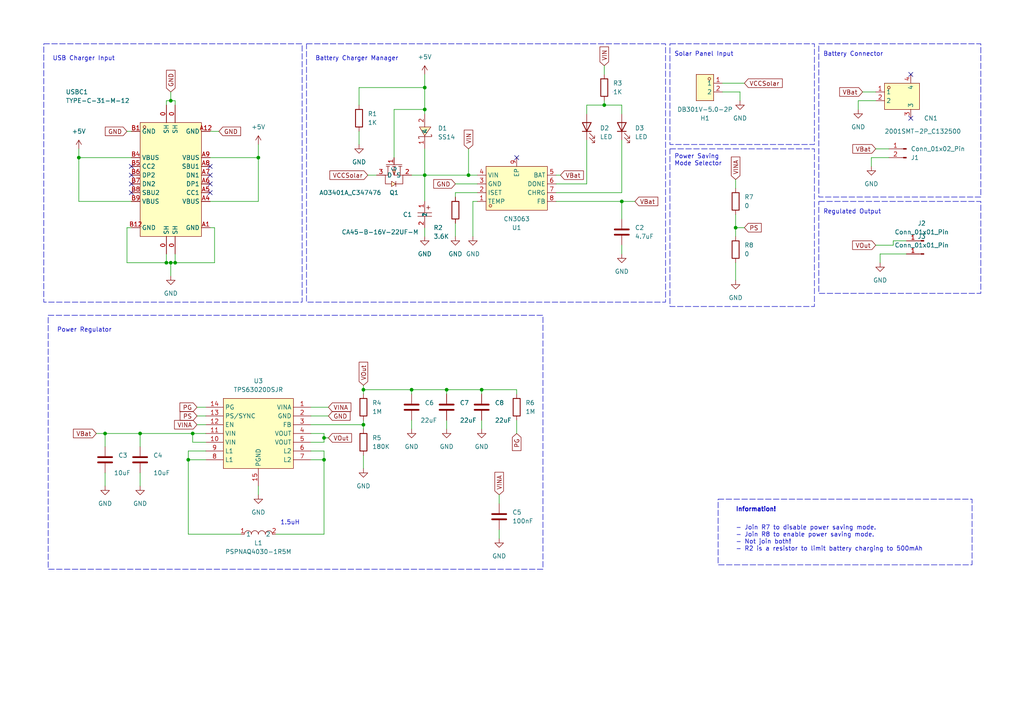
<source format=kicad_sch>
(kicad_sch (version 20230121) (generator eeschema)

  (uuid da14ebbd-64d0-460b-a59e-e57d0813e983)

  (paper "A4")

  (lib_symbols
    (symbol "Connector:Conn_01x01_Pin" (pin_names (offset 1.016) hide) (in_bom yes) (on_board yes)
      (property "Reference" "J" (at 0 2.54 0)
        (effects (font (size 1.27 1.27)))
      )
      (property "Value" "Conn_01x01_Pin" (at 0 -2.54 0)
        (effects (font (size 1.27 1.27)))
      )
      (property "Footprint" "" (at 0 0 0)
        (effects (font (size 1.27 1.27)) hide)
      )
      (property "Datasheet" "~" (at 0 0 0)
        (effects (font (size 1.27 1.27)) hide)
      )
      (property "ki_locked" "" (at 0 0 0)
        (effects (font (size 1.27 1.27)))
      )
      (property "ki_keywords" "connector" (at 0 0 0)
        (effects (font (size 1.27 1.27)) hide)
      )
      (property "ki_description" "Generic connector, single row, 01x01, script generated" (at 0 0 0)
        (effects (font (size 1.27 1.27)) hide)
      )
      (property "ki_fp_filters" "Connector*:*_1x??_*" (at 0 0 0)
        (effects (font (size 1.27 1.27)) hide)
      )
      (symbol "Conn_01x01_Pin_1_1"
        (polyline
          (pts
            (xy 1.27 0)
            (xy 0.8636 0)
          )
          (stroke (width 0.1524) (type default))
          (fill (type none))
        )
        (rectangle (start 0.8636 0.127) (end 0 -0.127)
          (stroke (width 0.1524) (type default))
          (fill (type outline))
        )
        (pin passive line (at 5.08 0 180) (length 3.81)
          (name "Pin_1" (effects (font (size 1.27 1.27))))
          (number "1" (effects (font (size 1.27 1.27))))
        )
      )
    )
    (symbol "Connector:Conn_01x02_Pin" (pin_names (offset 1.016) hide) (in_bom yes) (on_board yes)
      (property "Reference" "J" (at 0 2.54 0)
        (effects (font (size 1.27 1.27)))
      )
      (property "Value" "Conn_01x02_Pin" (at 0 -5.08 0)
        (effects (font (size 1.27 1.27)))
      )
      (property "Footprint" "" (at 0 0 0)
        (effects (font (size 1.27 1.27)) hide)
      )
      (property "Datasheet" "~" (at 0 0 0)
        (effects (font (size 1.27 1.27)) hide)
      )
      (property "ki_locked" "" (at 0 0 0)
        (effects (font (size 1.27 1.27)))
      )
      (property "ki_keywords" "connector" (at 0 0 0)
        (effects (font (size 1.27 1.27)) hide)
      )
      (property "ki_description" "Generic connector, single row, 01x02, script generated" (at 0 0 0)
        (effects (font (size 1.27 1.27)) hide)
      )
      (property "ki_fp_filters" "Connector*:*_1x??_*" (at 0 0 0)
        (effects (font (size 1.27 1.27)) hide)
      )
      (symbol "Conn_01x02_Pin_1_1"
        (polyline
          (pts
            (xy 1.27 -2.54)
            (xy 0.8636 -2.54)
          )
          (stroke (width 0.1524) (type default))
          (fill (type none))
        )
        (polyline
          (pts
            (xy 1.27 0)
            (xy 0.8636 0)
          )
          (stroke (width 0.1524) (type default))
          (fill (type none))
        )
        (rectangle (start 0.8636 -2.413) (end 0 -2.667)
          (stroke (width 0.1524) (type default))
          (fill (type outline))
        )
        (rectangle (start 0.8636 0.127) (end 0 -0.127)
          (stroke (width 0.1524) (type default))
          (fill (type outline))
        )
        (pin passive line (at 5.08 0 180) (length 3.81)
          (name "Pin_1" (effects (font (size 1.27 1.27))))
          (number "1" (effects (font (size 1.27 1.27))))
        )
        (pin passive line (at 5.08 -2.54 180) (length 3.81)
          (name "Pin_2" (effects (font (size 1.27 1.27))))
          (number "2" (effects (font (size 1.27 1.27))))
        )
      )
    )
    (symbol "Device:C" (pin_numbers hide) (pin_names (offset 0.254)) (in_bom yes) (on_board yes)
      (property "Reference" "C" (at 0.635 2.54 0)
        (effects (font (size 1.27 1.27)) (justify left))
      )
      (property "Value" "C" (at 0.635 -2.54 0)
        (effects (font (size 1.27 1.27)) (justify left))
      )
      (property "Footprint" "" (at 0.9652 -3.81 0)
        (effects (font (size 1.27 1.27)) hide)
      )
      (property "Datasheet" "~" (at 0 0 0)
        (effects (font (size 1.27 1.27)) hide)
      )
      (property "ki_keywords" "cap capacitor" (at 0 0 0)
        (effects (font (size 1.27 1.27)) hide)
      )
      (property "ki_description" "Unpolarized capacitor" (at 0 0 0)
        (effects (font (size 1.27 1.27)) hide)
      )
      (property "ki_fp_filters" "C_*" (at 0 0 0)
        (effects (font (size 1.27 1.27)) hide)
      )
      (symbol "C_0_1"
        (polyline
          (pts
            (xy -2.032 -0.762)
            (xy 2.032 -0.762)
          )
          (stroke (width 0.508) (type default))
          (fill (type none))
        )
        (polyline
          (pts
            (xy -2.032 0.762)
            (xy 2.032 0.762)
          )
          (stroke (width 0.508) (type default))
          (fill (type none))
        )
      )
      (symbol "C_1_1"
        (pin passive line (at 0 3.81 270) (length 2.794)
          (name "~" (effects (font (size 1.27 1.27))))
          (number "1" (effects (font (size 1.27 1.27))))
        )
        (pin passive line (at 0 -3.81 90) (length 2.794)
          (name "~" (effects (font (size 1.27 1.27))))
          (number "2" (effects (font (size 1.27 1.27))))
        )
      )
    )
    (symbol "Device:LED" (pin_numbers hide) (pin_names (offset 1.016) hide) (in_bom yes) (on_board yes)
      (property "Reference" "D" (at 0 2.54 0)
        (effects (font (size 1.27 1.27)))
      )
      (property "Value" "LED" (at 0 -2.54 0)
        (effects (font (size 1.27 1.27)))
      )
      (property "Footprint" "" (at 0 0 0)
        (effects (font (size 1.27 1.27)) hide)
      )
      (property "Datasheet" "~" (at 0 0 0)
        (effects (font (size 1.27 1.27)) hide)
      )
      (property "ki_keywords" "LED diode" (at 0 0 0)
        (effects (font (size 1.27 1.27)) hide)
      )
      (property "ki_description" "Light emitting diode" (at 0 0 0)
        (effects (font (size 1.27 1.27)) hide)
      )
      (property "ki_fp_filters" "LED* LED_SMD:* LED_THT:*" (at 0 0 0)
        (effects (font (size 1.27 1.27)) hide)
      )
      (symbol "LED_0_1"
        (polyline
          (pts
            (xy -1.27 -1.27)
            (xy -1.27 1.27)
          )
          (stroke (width 0.254) (type default))
          (fill (type none))
        )
        (polyline
          (pts
            (xy -1.27 0)
            (xy 1.27 0)
          )
          (stroke (width 0) (type default))
          (fill (type none))
        )
        (polyline
          (pts
            (xy 1.27 -1.27)
            (xy 1.27 1.27)
            (xy -1.27 0)
            (xy 1.27 -1.27)
          )
          (stroke (width 0.254) (type default))
          (fill (type none))
        )
        (polyline
          (pts
            (xy -3.048 -0.762)
            (xy -4.572 -2.286)
            (xy -3.81 -2.286)
            (xy -4.572 -2.286)
            (xy -4.572 -1.524)
          )
          (stroke (width 0) (type default))
          (fill (type none))
        )
        (polyline
          (pts
            (xy -1.778 -0.762)
            (xy -3.302 -2.286)
            (xy -2.54 -2.286)
            (xy -3.302 -2.286)
            (xy -3.302 -1.524)
          )
          (stroke (width 0) (type default))
          (fill (type none))
        )
      )
      (symbol "LED_1_1"
        (pin passive line (at -3.81 0 0) (length 2.54)
          (name "K" (effects (font (size 1.27 1.27))))
          (number "1" (effects (font (size 1.27 1.27))))
        )
        (pin passive line (at 3.81 0 180) (length 2.54)
          (name "A" (effects (font (size 1.27 1.27))))
          (number "2" (effects (font (size 1.27 1.27))))
        )
      )
    )
    (symbol "Device:R" (pin_numbers hide) (pin_names (offset 0)) (in_bom yes) (on_board yes)
      (property "Reference" "R" (at 2.032 0 90)
        (effects (font (size 1.27 1.27)))
      )
      (property "Value" "R" (at 0 0 90)
        (effects (font (size 1.27 1.27)))
      )
      (property "Footprint" "" (at -1.778 0 90)
        (effects (font (size 1.27 1.27)) hide)
      )
      (property "Datasheet" "~" (at 0 0 0)
        (effects (font (size 1.27 1.27)) hide)
      )
      (property "ki_keywords" "R res resistor" (at 0 0 0)
        (effects (font (size 1.27 1.27)) hide)
      )
      (property "ki_description" "Resistor" (at 0 0 0)
        (effects (font (size 1.27 1.27)) hide)
      )
      (property "ki_fp_filters" "R_*" (at 0 0 0)
        (effects (font (size 1.27 1.27)) hide)
      )
      (symbol "R_0_1"
        (rectangle (start -1.016 -2.54) (end 1.016 2.54)
          (stroke (width 0.254) (type default))
          (fill (type none))
        )
      )
      (symbol "R_1_1"
        (pin passive line (at 0 3.81 270) (length 1.27)
          (name "~" (effects (font (size 1.27 1.27))))
          (number "1" (effects (font (size 1.27 1.27))))
        )
        (pin passive line (at 0 -3.81 90) (length 1.27)
          (name "~" (effects (font (size 1.27 1.27))))
          (number "2" (effects (font (size 1.27 1.27))))
        )
      )
    )
    (symbol "easyeda2kicad:2001SMT-2P_C132500" (in_bom yes) (on_board yes)
      (property "Reference" "CN" (at 0 11.43 0)
        (effects (font (size 1.27 1.27)))
      )
      (property "Value" "2001SMT-2P_C132500" (at 0 -11.43 0)
        (effects (font (size 1.27 1.27)))
      )
      (property "Footprint" "easyeda2kicad:CONN-SMD_2001SMT-2P-WT" (at 0 -13.97 0)
        (effects (font (size 1.27 1.27)) hide)
      )
      (property "Datasheet" "https://lcsc.com/product-detail/PH-Connectors_Shenzhen-Cancome-2001series-socket-1-2P-2mm_C132500.html" (at 0 -16.51 0)
        (effects (font (size 1.27 1.27)) hide)
      )
      (property "LCSC Part" "C132500" (at 0 -19.05 0)
        (effects (font (size 1.27 1.27)) hide)
      )
      (symbol "2001SMT-2P_C132500_0_1"
        (rectangle (start -3.81 3.81) (end 6.35 -3.81)
          (stroke (width 0) (type default))
          (fill (type background))
        )
        (circle (center -2.54 2.54) (radius 0.38)
          (stroke (width 0) (type default))
          (fill (type none))
        )
        (pin unspecified line (at -6.35 1.27 0) (length 2.54)
          (name "1" (effects (font (size 1.27 1.27))))
          (number "1" (effects (font (size 1.27 1.27))))
        )
        (pin unspecified line (at -6.35 -1.27 0) (length 2.54)
          (name "2" (effects (font (size 1.27 1.27))))
          (number "2" (effects (font (size 1.27 1.27))))
        )
        (pin unspecified line (at 3.81 -6.35 90) (length 2.54)
          (name "3" (effects (font (size 1.27 1.27))))
          (number "3" (effects (font (size 1.27 1.27))))
        )
        (pin unspecified line (at 3.81 6.35 270) (length 2.54)
          (name "4" (effects (font (size 1.27 1.27))))
          (number "4" (effects (font (size 1.27 1.27))))
        )
      )
    )
    (symbol "easyeda2kicad:AO3401A_C347476" (in_bom yes) (on_board yes)
      (property "Reference" "Q" (at 0 10.16 0)
        (effects (font (size 1.27 1.27)))
      )
      (property "Value" "AO3401A_C347476" (at 0 -10.16 0)
        (effects (font (size 1.27 1.27)))
      )
      (property "Footprint" "easyeda2kicad:SOT-23_L2.9-W1.3-P1.90-LS2.4-BR" (at 0 -12.7 0)
        (effects (font (size 1.27 1.27)) hide)
      )
      (property "Datasheet" "https://lcsc.com/product-detail/Others_Youtai-Semiconductor-Co-Ltd-AO3401A-4-1A_C347476.html" (at 0 -15.24 0)
        (effects (font (size 1.27 1.27)) hide)
      )
      (property "LCSC Part" "C347476" (at 0 -17.78 0)
        (effects (font (size 1.27 1.27)) hide)
      )
      (symbol "AO3401A_C347476_0_1"
        (polyline
          (pts
            (xy -3.05 2.29)
            (xy -3.05 -2.29)
          )
          (stroke (width 0) (type default))
          (fill (type none))
        )
        (polyline
          (pts
            (xy -2.54 -2.29)
            (xy -2.54 -1.27)
          )
          (stroke (width 0) (type default))
          (fill (type none))
        )
        (polyline
          (pts
            (xy -2.54 -0.51)
            (xy -2.54 0.51)
          )
          (stroke (width 0) (type default))
          (fill (type none))
        )
        (polyline
          (pts
            (xy -2.54 1.27)
            (xy -2.54 2.29)
          )
          (stroke (width 0) (type default))
          (fill (type none))
        )
        (polyline
          (pts
            (xy 0 -1.78)
            (xy -2.54 -1.78)
          )
          (stroke (width 0) (type default))
          (fill (type none))
        )
        (polyline
          (pts
            (xy 0 1.78)
            (xy -2.54 1.78)
          )
          (stroke (width 0) (type default))
          (fill (type none))
        )
        (polyline
          (pts
            (xy -2.54 0)
            (xy 0 0)
            (xy 0 -2.54)
          )
          (stroke (width 0) (type default))
          (fill (type none))
        )
        (polyline
          (pts
            (xy 0 -2.54)
            (xy 2.54 -2.54)
            (xy 2.54 -0.51)
          )
          (stroke (width 0) (type default))
          (fill (type none))
        )
        (polyline
          (pts
            (xy 0 0)
            (xy -1.52 0.51)
            (xy -1.52 -0.51)
            (xy 0 0)
          )
          (stroke (width 0) (type default))
          (fill (type background))
        )
        (polyline
          (pts
            (xy 0 1.78)
            (xy 0 2.54)
            (xy 2.54 2.54)
            (xy 2.54 0.76)
          )
          (stroke (width 0) (type default))
          (fill (type none))
        )
        (polyline
          (pts
            (xy 2.54 -0.51)
            (xy 3.3 0.76)
            (xy 1.78 0.76)
            (xy 2.54 -0.51)
          )
          (stroke (width 0) (type default))
          (fill (type background))
        )
        (polyline
          (pts
            (xy 3.3 -0.51)
            (xy 3.05 -0.51)
            (xy 2.03 -0.51)
            (xy 1.78 -0.51)
          )
          (stroke (width 0) (type default))
          (fill (type none))
        )
        (pin unspecified line (at -5.08 0 0) (length 2.032)
          (name "G" (effects (font (size 1.27 1.27))))
          (number "1" (effects (font (size 1.27 1.27))))
        )
        (pin unspecified line (at 0 -5.08 90) (length 2.54)
          (name "S" (effects (font (size 1.27 1.27))))
          (number "2" (effects (font (size 1.27 1.27))))
        )
        (pin unspecified line (at 0 5.08 270) (length 2.54)
          (name "D" (effects (font (size 1.27 1.27))))
          (number "3" (effects (font (size 1.27 1.27))))
        )
      )
    )
    (symbol "easyeda2kicad:CA45-B-16V-22UF-M" (in_bom yes) (on_board yes)
      (property "Reference" "C" (at 0 5.08 0)
        (effects (font (size 1.27 1.27)))
      )
      (property "Value" "CA45-B-16V-22UF-M" (at 0 -5.08 0)
        (effects (font (size 1.27 1.27)))
      )
      (property "Footprint" "easyeda2kicad:CAP-SMD_L3.5-W2.8-R-RD" (at 0 -7.62 0)
        (effects (font (size 1.27 1.27)) hide)
      )
      (property "Datasheet" "https://lcsc.com/product-detail/Tantalum-Capacitors_22uF-226-20-16V_C140371.html" (at 0 -10.16 0)
        (effects (font (size 1.27 1.27)) hide)
      )
      (property "LCSC Part" "C140371" (at 0 -12.7 0)
        (effects (font (size 1.27 1.27)) hide)
      )
      (symbol "CA45-B-16V-22UF-M_0_1"
        (polyline
          (pts
            (xy -0.51 -2.03)
            (xy -0.51 2.03)
          )
          (stroke (width 0) (type default))
          (fill (type none))
        )
        (polyline
          (pts
            (xy -0.51 0)
            (xy -1.27 0)
          )
          (stroke (width 0) (type default))
          (fill (type none))
        )
        (polyline
          (pts
            (xy 0.51 -2.03)
            (xy 0.51 2.03)
          )
          (stroke (width 0) (type default))
          (fill (type none))
        )
        (polyline
          (pts
            (xy 1.27 0)
            (xy 0.51 0)
          )
          (stroke (width 0) (type default))
          (fill (type none))
        )
        (polyline
          (pts
            (xy 2.03 -1.52)
            (xy 2.03 -0.51)
          )
          (stroke (width 0) (type default))
          (fill (type none))
        )
        (polyline
          (pts
            (xy 2.54 -1.02)
            (xy 1.52 -1.02)
          )
          (stroke (width 0) (type default))
          (fill (type none))
        )
        (pin input line (at 3.81 0 180) (length 2.54)
          (name "1" (effects (font (size 1.27 1.27))))
          (number "1" (effects (font (size 1.27 1.27))))
        )
        (pin input line (at -3.81 0 0) (length 2.54)
          (name "2" (effects (font (size 1.27 1.27))))
          (number "2" (effects (font (size 1.27 1.27))))
        )
      )
    )
    (symbol "easyeda2kicad:CN3063" (in_bom yes) (on_board yes)
      (property "Reference" "U" (at 0 8.89 0)
        (effects (font (size 1.27 1.27)))
      )
      (property "Value" "CN3063" (at 0 -13.97 0)
        (effects (font (size 1.27 1.27)))
      )
      (property "Footprint" "easyeda2kicad:SOIC-8_L4.9-W3.9-P1.27-LS6.0-BL-EP3.3-1" (at 0 -16.51 0)
        (effects (font (size 1.27 1.27)) hide)
      )
      (property "Datasheet" "https://lcsc.com/product-detail/PMIC-AC-DC-Converters_CN3063_C28078.html" (at 0 -19.05 0)
        (effects (font (size 1.27 1.27)) hide)
      )
      (property "LCSC Part" "C28078" (at 0 -21.59 0)
        (effects (font (size 1.27 1.27)) hide)
      )
      (symbol "CN3063_0_1"
        (rectangle (start -8.89 6.35) (end 8.89 -6.35)
          (stroke (width 0) (type default))
          (fill (type background))
        )
        (circle (center -7.62 5.08) (radius 0.38)
          (stroke (width 0) (type default))
          (fill (type none))
        )
        (pin unspecified line (at -11.43 3.81 0) (length 2.54)
          (name "TEMP" (effects (font (size 1.27 1.27))))
          (number "1" (effects (font (size 1.27 1.27))))
        )
        (pin unspecified line (at -11.43 1.27 0) (length 2.54)
          (name "ISET" (effects (font (size 1.27 1.27))))
          (number "2" (effects (font (size 1.27 1.27))))
        )
        (pin unspecified line (at -11.43 -1.27 0) (length 2.54)
          (name "GND" (effects (font (size 1.27 1.27))))
          (number "3" (effects (font (size 1.27 1.27))))
        )
        (pin unspecified line (at -11.43 -3.81 0) (length 2.54)
          (name "VIN" (effects (font (size 1.27 1.27))))
          (number "4" (effects (font (size 1.27 1.27))))
        )
        (pin unspecified line (at 11.43 -3.81 180) (length 2.54)
          (name "BAT" (effects (font (size 1.27 1.27))))
          (number "5" (effects (font (size 1.27 1.27))))
        )
        (pin unspecified line (at 11.43 -1.27 180) (length 2.54)
          (name "DONE" (effects (font (size 1.27 1.27))))
          (number "6" (effects (font (size 1.27 1.27))))
        )
        (pin unspecified line (at 11.43 1.27 180) (length 2.54)
          (name "CHRG" (effects (font (size 1.27 1.27))))
          (number "7" (effects (font (size 1.27 1.27))))
        )
        (pin unspecified line (at 11.43 3.81 180) (length 2.54)
          (name "FB" (effects (font (size 1.27 1.27))))
          (number "8" (effects (font (size 1.27 1.27))))
        )
        (pin unspecified line (at 0 -8.89 90) (length 2.54)
          (name "EP" (effects (font (size 1.27 1.27))))
          (number "9" (effects (font (size 1.27 1.27))))
        )
      )
    )
    (symbol "easyeda2kicad:DB301V-5.0-2P" (in_bom yes) (on_board yes)
      (property "Reference" "U" (at 0 5.08 0)
        (effects (font (size 1.27 1.27)))
      )
      (property "Value" "DB301V-5.0-2P" (at 0 -7.62 0)
        (effects (font (size 1.27 1.27)))
      )
      (property "Footprint" "easyeda2kicad:CONN-TH_2P-P5.00_L7.6-W10.0" (at 0 -10.16 0)
        (effects (font (size 1.27 1.27)) hide)
      )
      (property "Datasheet" "https://lcsc.com/product-detail/Screw-terminal_DIBO-DB301V-5-0-2P_C395882.html" (at 0 -12.7 0)
        (effects (font (size 1.27 1.27)) hide)
      )
      (property "LCSC Part" "C395882" (at 0 -15.24 0)
        (effects (font (size 1.27 1.27)) hide)
      )
      (symbol "DB301V-5.0-2P_0_1"
        (rectangle (start -2.54 2.54) (end 2.54 -5.08)
          (stroke (width 0) (type default))
          (fill (type background))
        )
        (circle (center -1.27 1.27) (radius 0.38)
          (stroke (width 0) (type default))
          (fill (type none))
        )
        (pin unspecified line (at -5.08 0 0) (length 2.54)
          (name "1" (effects (font (size 1.27 1.27))))
          (number "1" (effects (font (size 1.27 1.27))))
        )
        (pin unspecified line (at -5.08 -2.54 0) (length 2.54)
          (name "2" (effects (font (size 1.27 1.27))))
          (number "2" (effects (font (size 1.27 1.27))))
        )
      )
    )
    (symbol "easyeda2kicad:PSPNAQ4030-1R5M" (in_bom yes) (on_board yes)
      (property "Reference" "L" (at 0 5.08 0)
        (effects (font (size 1.27 1.27)))
      )
      (property "Value" "PSPNAQ4030-1R5M" (at 0 -5.08 0)
        (effects (font (size 1.27 1.27)))
      )
      (property "Footprint" "easyeda2kicad:IND-SMD_L4.0-W4.0" (at 0 -7.62 0)
        (effects (font (size 1.27 1.27)) hide)
      )
      (property "Datasheet" "" (at 0 0 0)
        (effects (font (size 1.27 1.27)) hide)
      )
      (property "LCSC Part" "C436670" (at 0 -10.16 0)
        (effects (font (size 1.27 1.27)) hide)
      )
      (symbol "PSPNAQ4030-1R5M_0_1"
        (arc (start -2.03 0.01) (mid -3.055 1.013) (end -4.06 -0.01)
          (stroke (width 0) (type default))
          (fill (type none))
        )
        (arc (start 0 0.01) (mid -1.025 1.013) (end -2.03 -0.01)
          (stroke (width 0) (type default))
          (fill (type none))
        )
        (arc (start 2.03 0.01) (mid 1.005 1.013) (end 0 -0.01)
          (stroke (width 0) (type default))
          (fill (type none))
        )
        (arc (start 4.06 0.01) (mid 3.035 1.013) (end 2.03 -0.01)
          (stroke (width 0) (type default))
          (fill (type none))
        )
        (pin unspecified line (at -5.08 0 0) (length 1.016)
          (name "1" (effects (font (size 1.27 1.27))))
          (number "1" (effects (font (size 1.27 1.27))))
        )
        (pin unspecified line (at 5.08 0 180) (length 1.016)
          (name "2" (effects (font (size 1.27 1.27))))
          (number "2" (effects (font (size 1.27 1.27))))
        )
      )
    )
    (symbol "easyeda2kicad:SS14" (in_bom yes) (on_board yes)
      (property "Reference" "D" (at 0 5.08 0)
        (effects (font (size 1.27 1.27)))
      )
      (property "Value" "SS14" (at 0 -5.08 0)
        (effects (font (size 1.27 1.27)))
      )
      (property "Footprint" "easyeda2kicad:SMA_L4.2-W2.6-LS5.3-RD" (at 0 -7.62 0)
        (effects (font (size 1.27 1.27)) hide)
      )
      (property "Datasheet" "https://lcsc.com/product-detail/Schottky-Barrier-Diodes-SBD_SS14_C2480.html" (at 0 -10.16 0)
        (effects (font (size 1.27 1.27)) hide)
      )
      (property "LCSC Part" "C2480" (at 0 -12.7 0)
        (effects (font (size 1.27 1.27)) hide)
      )
      (symbol "SS14_0_1"
        (polyline
          (pts
            (xy 1.27 1.52)
            (xy -1.27 0)
            (xy 1.27 -1.78)
            (xy 1.27 1.52)
          )
          (stroke (width 0) (type default))
          (fill (type background))
        )
        (polyline
          (pts
            (xy -2.03 1.52)
            (xy -2.03 1.78)
            (xy -1.52 1.78)
            (xy -1.52 -2.03)
            (xy -1.02 -2.03)
            (xy -1.02 -1.78)
          )
          (stroke (width 0) (type default))
          (fill (type none))
        )
        (pin unspecified line (at -5.08 0 0) (length 3.81)
          (name "K" (effects (font (size 1.27 1.27))))
          (number "1" (effects (font (size 1.27 1.27))))
        )
        (pin unspecified line (at 5.08 0 180) (length 3.81)
          (name "A" (effects (font (size 1.27 1.27))))
          (number "2" (effects (font (size 1.27 1.27))))
        )
      )
    )
    (symbol "easyeda2kicad:TPS63020DSJR" (in_bom yes) (on_board yes)
      (property "Reference" "U" (at 0 15.24 0)
        (effects (font (size 1.27 1.27)))
      )
      (property "Value" "TPS63020DSJR" (at 0 -17.78 0)
        (effects (font (size 1.27 1.27)))
      )
      (property "Footprint" "easyeda2kicad:VSON-14_L4.0-W3.0-P0.50-BL-EP_TI_DSJ" (at 0 -20.32 0)
        (effects (font (size 1.27 1.27)) hide)
      )
      (property "Datasheet" "https://lcsc.com/product-detail/DC-DC-Converters_TI_TPS63020DSJR_TPS63020DSJR_C15483.html" (at 0 -22.86 0)
        (effects (font (size 1.27 1.27)) hide)
      )
      (property "LCSC Part" "C15483" (at 0 -25.4 0)
        (effects (font (size 1.27 1.27)) hide)
      )
      (symbol "TPS63020DSJR_0_1"
        (rectangle (start -10.16 12.7) (end 10.16 -7.62)
          (stroke (width 0) (type default))
          (fill (type background))
        )
        (pin unspecified line (at -15.24 10.16 0) (length 5.08)
          (name "VINA" (effects (font (size 1.27 1.27))))
          (number "1" (effects (font (size 1.27 1.27))))
        )
        (pin unspecified line (at 15.24 0 180) (length 5.08)
          (name "VIN" (effects (font (size 1.27 1.27))))
          (number "10" (effects (font (size 1.27 1.27))))
        )
        (pin unspecified line (at 15.24 2.54 180) (length 5.08)
          (name "VIN" (effects (font (size 1.27 1.27))))
          (number "11" (effects (font (size 1.27 1.27))))
        )
        (pin unspecified line (at 15.24 5.08 180) (length 5.08)
          (name "EN" (effects (font (size 1.27 1.27))))
          (number "12" (effects (font (size 1.27 1.27))))
        )
        (pin unspecified line (at 15.24 7.62 180) (length 5.08)
          (name "PS/SYNC" (effects (font (size 1.27 1.27))))
          (number "13" (effects (font (size 1.27 1.27))))
        )
        (pin unspecified line (at 15.24 10.16 180) (length 5.08)
          (name "PG" (effects (font (size 1.27 1.27))))
          (number "14" (effects (font (size 1.27 1.27))))
        )
        (pin unspecified line (at 0 -12.7 90) (length 5.08)
          (name "PGND" (effects (font (size 1.27 1.27))))
          (number "15" (effects (font (size 1.27 1.27))))
        )
        (pin unspecified line (at -15.24 7.62 0) (length 5.08)
          (name "GND" (effects (font (size 1.27 1.27))))
          (number "2" (effects (font (size 1.27 1.27))))
        )
        (pin unspecified line (at -15.24 5.08 0) (length 5.08)
          (name "FB" (effects (font (size 1.27 1.27))))
          (number "3" (effects (font (size 1.27 1.27))))
        )
        (pin unspecified line (at -15.24 2.54 0) (length 5.08)
          (name "VOUT" (effects (font (size 1.27 1.27))))
          (number "4" (effects (font (size 1.27 1.27))))
        )
        (pin unspecified line (at -15.24 0 0) (length 5.08)
          (name "VOUT" (effects (font (size 1.27 1.27))))
          (number "5" (effects (font (size 1.27 1.27))))
        )
        (pin unspecified line (at -15.24 -2.54 0) (length 5.08)
          (name "L2" (effects (font (size 1.27 1.27))))
          (number "6" (effects (font (size 1.27 1.27))))
        )
        (pin unspecified line (at -15.24 -5.08 0) (length 5.08)
          (name "L2" (effects (font (size 1.27 1.27))))
          (number "7" (effects (font (size 1.27 1.27))))
        )
        (pin unspecified line (at 15.24 -5.08 180) (length 5.08)
          (name "L1" (effects (font (size 1.27 1.27))))
          (number "8" (effects (font (size 1.27 1.27))))
        )
        (pin unspecified line (at 15.24 -2.54 180) (length 5.08)
          (name "L1" (effects (font (size 1.27 1.27))))
          (number "9" (effects (font (size 1.27 1.27))))
        )
      )
    )
    (symbol "easyeda2kicad:TYPE-C-31-M-12" (in_bom yes) (on_board yes)
      (property "Reference" "USBC" (at 0 26.67 0)
        (effects (font (size 1.27 1.27)))
      )
      (property "Value" "TYPE-C-31-M-12" (at 0 -26.67 0)
        (effects (font (size 1.27 1.27)))
      )
      (property "Footprint" "easyeda2kicad:USB-C_SMD-TYPE-C-31-M-12" (at 0 -29.21 0)
        (effects (font (size 1.27 1.27)) hide)
      )
      (property "Datasheet" "https://lcsc.com/product-detail/USB-Type-C_Korean-Hroparts-Elec-TYPE-C-31-M-12_C165948.html" (at 0 -31.75 0)
        (effects (font (size 1.27 1.27)) hide)
      )
      (property "LCSC Part" "C165948" (at 0 -34.29 0)
        (effects (font (size 1.27 1.27)) hide)
      )
      (symbol "TYPE-C-31-M-12_0_1"
        (rectangle (start -8.89 16.51) (end 8.89 -16.51)
          (stroke (width 0) (type default))
          (fill (type background))
        )
        (circle (center -7.62 15.24) (radius 0.38)
          (stroke (width 0) (type default))
          (fill (type none))
        )
        (pin unspecified line (at -1.27 -21.59 90) (length 5.08)
          (name "SH" (effects (font (size 1.27 1.27))))
          (number "0" (effects (font (size 1.27 1.27))))
        )
        (pin unspecified line (at -1.27 21.59 270) (length 5.08)
          (name "SH" (effects (font (size 1.27 1.27))))
          (number "0" (effects (font (size 1.27 1.27))))
        )
        (pin unspecified line (at 1.27 -21.59 90) (length 5.08)
          (name "SH" (effects (font (size 1.27 1.27))))
          (number "0" (effects (font (size 1.27 1.27))))
        )
        (pin unspecified line (at 1.27 21.59 270) (length 5.08)
          (name "SH" (effects (font (size 1.27 1.27))))
          (number "0" (effects (font (size 1.27 1.27))))
        )
        (pin unspecified line (at 11.43 -13.97 180) (length 2.54)
          (name "GND" (effects (font (size 1.27 1.27))))
          (number "A1" (effects (font (size 1.27 1.27))))
        )
        (pin unspecified line (at 11.43 13.97 180) (length 2.54)
          (name "GND" (effects (font (size 1.27 1.27))))
          (number "A12" (effects (font (size 1.27 1.27))))
        )
        (pin unspecified line (at 11.43 -6.35 180) (length 2.54)
          (name "VBUS" (effects (font (size 1.27 1.27))))
          (number "A4" (effects (font (size 1.27 1.27))))
        )
        (pin unspecified line (at 11.43 -3.81 180) (length 2.54)
          (name "CC1" (effects (font (size 1.27 1.27))))
          (number "A5" (effects (font (size 1.27 1.27))))
        )
        (pin unspecified line (at 11.43 -1.27 180) (length 2.54)
          (name "DP1" (effects (font (size 1.27 1.27))))
          (number "A6" (effects (font (size 1.27 1.27))))
        )
        (pin unspecified line (at 11.43 1.27 180) (length 2.54)
          (name "DN1" (effects (font (size 1.27 1.27))))
          (number "A7" (effects (font (size 1.27 1.27))))
        )
        (pin unspecified line (at 11.43 3.81 180) (length 2.54)
          (name "SBU1" (effects (font (size 1.27 1.27))))
          (number "A8" (effects (font (size 1.27 1.27))))
        )
        (pin unspecified line (at 11.43 6.35 180) (length 2.54)
          (name "VBUS" (effects (font (size 1.27 1.27))))
          (number "A9" (effects (font (size 1.27 1.27))))
        )
        (pin unspecified line (at -11.43 13.97 0) (length 2.54)
          (name "GND" (effects (font (size 1.27 1.27))))
          (number "B1" (effects (font (size 1.27 1.27))))
        )
        (pin unspecified line (at -11.43 -13.97 0) (length 2.54)
          (name "GND" (effects (font (size 1.27 1.27))))
          (number "B12" (effects (font (size 1.27 1.27))))
        )
        (pin unspecified line (at -11.43 6.35 0) (length 2.54)
          (name "VBUS" (effects (font (size 1.27 1.27))))
          (number "B4" (effects (font (size 1.27 1.27))))
        )
        (pin unspecified line (at -11.43 3.81 0) (length 2.54)
          (name "CC2" (effects (font (size 1.27 1.27))))
          (number "B5" (effects (font (size 1.27 1.27))))
        )
        (pin unspecified line (at -11.43 1.27 0) (length 2.54)
          (name "DP2" (effects (font (size 1.27 1.27))))
          (number "B6" (effects (font (size 1.27 1.27))))
        )
        (pin unspecified line (at -11.43 -1.27 0) (length 2.54)
          (name "DN2" (effects (font (size 1.27 1.27))))
          (number "B7" (effects (font (size 1.27 1.27))))
        )
        (pin unspecified line (at -11.43 -3.81 0) (length 2.54)
          (name "SBU2" (effects (font (size 1.27 1.27))))
          (number "B8" (effects (font (size 1.27 1.27))))
        )
        (pin unspecified line (at -11.43 -6.35 0) (length 2.54)
          (name "VBUS" (effects (font (size 1.27 1.27))))
          (number "B9" (effects (font (size 1.27 1.27))))
        )
      )
    )
    (symbol "power:+5V" (power) (pin_names (offset 0)) (in_bom yes) (on_board yes)
      (property "Reference" "#PWR" (at 0 -3.81 0)
        (effects (font (size 1.27 1.27)) hide)
      )
      (property "Value" "+5V" (at 0 3.556 0)
        (effects (font (size 1.27 1.27)))
      )
      (property "Footprint" "" (at 0 0 0)
        (effects (font (size 1.27 1.27)) hide)
      )
      (property "Datasheet" "" (at 0 0 0)
        (effects (font (size 1.27 1.27)) hide)
      )
      (property "ki_keywords" "global power" (at 0 0 0)
        (effects (font (size 1.27 1.27)) hide)
      )
      (property "ki_description" "Power symbol creates a global label with name \"+5V\"" (at 0 0 0)
        (effects (font (size 1.27 1.27)) hide)
      )
      (symbol "+5V_0_1"
        (polyline
          (pts
            (xy -0.762 1.27)
            (xy 0 2.54)
          )
          (stroke (width 0) (type default))
          (fill (type none))
        )
        (polyline
          (pts
            (xy 0 0)
            (xy 0 2.54)
          )
          (stroke (width 0) (type default))
          (fill (type none))
        )
        (polyline
          (pts
            (xy 0 2.54)
            (xy 0.762 1.27)
          )
          (stroke (width 0) (type default))
          (fill (type none))
        )
      )
      (symbol "+5V_1_1"
        (pin power_in line (at 0 0 90) (length 0) hide
          (name "+5V" (effects (font (size 1.27 1.27))))
          (number "1" (effects (font (size 1.27 1.27))))
        )
      )
    )
    (symbol "power:GND" (power) (pin_names (offset 0)) (in_bom yes) (on_board yes)
      (property "Reference" "#PWR" (at 0 -6.35 0)
        (effects (font (size 1.27 1.27)) hide)
      )
      (property "Value" "GND" (at 0 -3.81 0)
        (effects (font (size 1.27 1.27)))
      )
      (property "Footprint" "" (at 0 0 0)
        (effects (font (size 1.27 1.27)) hide)
      )
      (property "Datasheet" "" (at 0 0 0)
        (effects (font (size 1.27 1.27)) hide)
      )
      (property "ki_keywords" "global power" (at 0 0 0)
        (effects (font (size 1.27 1.27)) hide)
      )
      (property "ki_description" "Power symbol creates a global label with name \"GND\" , ground" (at 0 0 0)
        (effects (font (size 1.27 1.27)) hide)
      )
      (symbol "GND_0_1"
        (polyline
          (pts
            (xy 0 0)
            (xy 0 -1.27)
            (xy 1.27 -1.27)
            (xy 0 -2.54)
            (xy -1.27 -1.27)
            (xy 0 -1.27)
          )
          (stroke (width 0) (type default))
          (fill (type none))
        )
      )
      (symbol "GND_1_1"
        (pin power_in line (at 0 0 270) (length 0) hide
          (name "GND" (effects (font (size 1.27 1.27))))
          (number "1" (effects (font (size 1.27 1.27))))
        )
      )
    )
  )

  (junction (at 50.8 76.2) (diameter 0) (color 0 0 0 0)
    (uuid 1578ecaf-c654-4efd-8150-120f9897befc)
  )
  (junction (at 49.53 29.21) (diameter 0) (color 0 0 0 0)
    (uuid 1f17f1de-7fd0-48bb-8e7f-d769d738bd70)
  )
  (junction (at 105.41 113.03) (diameter 0) (color 0 0 0 0)
    (uuid 20f6c00c-c732-4ae0-bef0-c4667fb3e985)
  )
  (junction (at 123.19 31.75) (diameter 0) (color 0 0 0 0)
    (uuid 2af33791-a4e8-4b00-b4bd-cdc5484be5c2)
  )
  (junction (at 180.34 58.42) (diameter 0) (color 0 0 0 0)
    (uuid 3aa25fbc-1f1a-4d75-a7f0-3d4375e54203)
  )
  (junction (at 48.26 76.2) (diameter 0) (color 0 0 0 0)
    (uuid 3b638bc2-ef84-403b-b4b4-e19e03395d30)
  )
  (junction (at 123.19 50.8) (diameter 0) (color 0 0 0 0)
    (uuid 3e21bcfe-2831-425a-ba7a-fe108a895abd)
  )
  (junction (at 54.61 133.35) (diameter 0) (color 0 0 0 0)
    (uuid 411e6287-ad3d-4510-9c91-8805f5dcbafa)
  )
  (junction (at 22.86 45.72) (diameter 0) (color 0 0 0 0)
    (uuid 4467c712-936e-497a-b0c7-b60eeaaa2c65)
  )
  (junction (at 55.88 125.73) (diameter 0) (color 0 0 0 0)
    (uuid 51e7b6f8-c360-47bc-a3d2-acaf25987c9c)
  )
  (junction (at 30.48 125.73) (diameter 0) (color 0 0 0 0)
    (uuid 5d5336cf-294c-48c8-8145-3ecf3148ef02)
  )
  (junction (at 105.41 123.19) (diameter 0) (color 0 0 0 0)
    (uuid 5d619138-7bdc-43b5-9a65-53c344110ba1)
  )
  (junction (at 129.54 113.03) (diameter 0) (color 0 0 0 0)
    (uuid 6c37e4b6-68e3-4b20-91df-a480d2628edb)
  )
  (junction (at 213.36 66.04) (diameter 0) (color 0 0 0 0)
    (uuid 8d690438-b791-4e56-abd9-e6f1a2b98a8a)
  )
  (junction (at 123.19 25.4) (diameter 0) (color 0 0 0 0)
    (uuid 8e2ff3a0-6ff4-4d5d-aed8-e0782dc6b667)
  )
  (junction (at 49.53 76.2) (diameter 0) (color 0 0 0 0)
    (uuid 9c3c62e6-428d-49cf-9a8d-a32cd6da7118)
  )
  (junction (at 135.89 50.8) (diameter 0) (color 0 0 0 0)
    (uuid acba3240-cc03-4738-bc56-5f6e1d36b870)
  )
  (junction (at 175.26 30.48) (diameter 0) (color 0 0 0 0)
    (uuid af57ee0b-5fd7-4b79-99ea-7aa40020d458)
  )
  (junction (at 93.98 127) (diameter 0) (color 0 0 0 0)
    (uuid ca4725cc-d9fc-43ee-8a1c-8232d3f7606b)
  )
  (junction (at 93.98 133.35) (diameter 0) (color 0 0 0 0)
    (uuid d5b2cbbd-3a8c-4d7e-973c-348ed15cea08)
  )
  (junction (at 74.93 45.72) (diameter 0) (color 0 0 0 0)
    (uuid e9645c20-1b8c-4ff5-80ed-3a87d76a291b)
  )
  (junction (at 40.64 125.73) (diameter 0) (color 0 0 0 0)
    (uuid ea4a2f1b-6764-4f62-a482-9c426bdf5cec)
  )
  (junction (at 139.7 113.03) (diameter 0) (color 0 0 0 0)
    (uuid ea76ef7a-ce1e-4dea-9046-91fdf7996f55)
  )
  (junction (at 119.38 113.03) (diameter 0) (color 0 0 0 0)
    (uuid f53b6c3f-aefa-4d0c-8888-14beff71b32c)
  )

  (no_connect (at 264.16 34.29) (uuid 08a21179-0684-4a37-9878-8e0a04160a69))
  (no_connect (at 38.1 48.26) (uuid 2b570d2e-c650-44b0-987f-54c5c57b575e))
  (no_connect (at 149.86 45.72) (uuid 3627a34e-dde0-4a8a-8141-08b54531a724))
  (no_connect (at 264.16 21.59) (uuid 4acca1b6-5e53-4796-9f37-10461604237f))
  (no_connect (at 38.1 53.34) (uuid 50b557c8-4e65-4193-861d-57037ebe1b7f))
  (no_connect (at 60.96 55.88) (uuid 73d8ba6a-1295-44cc-9e6d-126075302e4e))
  (no_connect (at 38.1 55.88) (uuid 73fb0894-3d91-4de5-bfdc-e94460792f07))
  (no_connect (at 60.96 53.34) (uuid 7b98b27f-e67d-48f3-814c-9da8511e42f3))
  (no_connect (at 60.96 48.26) (uuid 862122b1-ec6d-495e-8e0f-0331dcf4551b))
  (no_connect (at 60.96 50.8) (uuid 9fcf81ef-06c7-4440-818f-011cbd1139d1))
  (no_connect (at 38.1 50.8) (uuid ea8de698-a173-4b7e-92b8-5747abb51639))

  (wire (pts (xy 30.48 137.16) (xy 30.48 140.97))
    (stroke (width 0) (type default))
    (uuid 0143a3e8-3907-4282-99ce-e2d78f665a81)
  )
  (wire (pts (xy 114.3 31.75) (xy 114.3 45.72))
    (stroke (width 0) (type default))
    (uuid 0164c9b8-978b-431d-96f9-680658254e77)
  )
  (wire (pts (xy 123.19 25.4) (xy 123.19 31.75))
    (stroke (width 0) (type default))
    (uuid 01fd7eb5-32b6-4e2d-9df1-ccdb07e921c5)
  )
  (wire (pts (xy 132.08 64.77) (xy 132.08 68.58))
    (stroke (width 0) (type default))
    (uuid 0530b1d8-9726-4ba2-ad99-5d6958e116de)
  )
  (wire (pts (xy 123.19 21.59) (xy 123.19 25.4))
    (stroke (width 0) (type default))
    (uuid 079f8eac-a281-48c7-a2dc-e0f43c32aa31)
  )
  (wire (pts (xy 252.73 48.26) (xy 252.73 45.72))
    (stroke (width 0) (type default))
    (uuid 0a5b7fb5-03de-47c0-9ac4-d7552b7695c9)
  )
  (wire (pts (xy 54.61 154.94) (xy 69.85 154.94))
    (stroke (width 0) (type default))
    (uuid 12726e01-4011-4d13-bbf0-c1567c82669c)
  )
  (wire (pts (xy 259.08 71.12) (xy 259.08 69.85))
    (stroke (width 0) (type default))
    (uuid 127b401b-2e9e-488c-ac1c-a2b678b3809b)
  )
  (wire (pts (xy 74.93 58.42) (xy 74.93 45.72))
    (stroke (width 0) (type default))
    (uuid 131c6e14-9b3e-4612-b3d9-5d22d41d97c4)
  )
  (wire (pts (xy 180.34 71.12) (xy 180.34 73.66))
    (stroke (width 0) (type default))
    (uuid 143b715c-006e-46ba-a448-3bfd5a99a93d)
  )
  (wire (pts (xy 106.68 50.8) (xy 109.22 50.8))
    (stroke (width 0) (type default))
    (uuid 1648aa55-aec0-42f2-b7df-7ecd8a1678bd)
  )
  (wire (pts (xy 255.27 76.2) (xy 255.27 73.66))
    (stroke (width 0) (type default))
    (uuid 18982247-f267-449c-b68d-9163627e77a8)
  )
  (wire (pts (xy 80.01 154.94) (xy 93.98 154.94))
    (stroke (width 0) (type default))
    (uuid 1a6e0b39-654f-4e43-8a9e-7ea94ee7a7de)
  )
  (wire (pts (xy 119.38 113.03) (xy 119.38 114.3))
    (stroke (width 0) (type default))
    (uuid 1c98a4fa-1eca-4f2a-ad30-3f6cbc62b035)
  )
  (wire (pts (xy 129.54 121.92) (xy 129.54 124.46))
    (stroke (width 0) (type default))
    (uuid 1fa00f43-a082-4538-9f43-5a9f7e4983ee)
  )
  (wire (pts (xy 180.34 58.42) (xy 184.15 58.42))
    (stroke (width 0) (type default))
    (uuid 1fbd6c75-992f-4bf4-9721-62f3c3479f97)
  )
  (wire (pts (xy 213.36 62.23) (xy 213.36 66.04))
    (stroke (width 0) (type default))
    (uuid 20869bee-9694-4147-8949-8addc0f4fbfe)
  )
  (wire (pts (xy 123.19 31.75) (xy 123.19 33.02))
    (stroke (width 0) (type default))
    (uuid 24a1ff3e-2619-478d-a0c7-ebfb919af126)
  )
  (wire (pts (xy 170.18 53.34) (xy 161.29 53.34))
    (stroke (width 0) (type default))
    (uuid 24fe643e-4a2b-4281-9526-6f140182744e)
  )
  (wire (pts (xy 170.18 40.64) (xy 170.18 53.34))
    (stroke (width 0) (type default))
    (uuid 26aacf2d-4b03-405a-a5eb-d8e8a04a51a1)
  )
  (wire (pts (xy 119.38 113.03) (xy 129.54 113.03))
    (stroke (width 0) (type default))
    (uuid 29be2d26-afab-424b-bb28-7c1215ebdac6)
  )
  (wire (pts (xy 139.7 113.03) (xy 139.7 114.3))
    (stroke (width 0) (type default))
    (uuid 29e54286-df08-4d76-abcf-9eca639e1a92)
  )
  (wire (pts (xy 93.98 128.27) (xy 90.17 128.27))
    (stroke (width 0) (type default))
    (uuid 2a22bf38-2e82-42ac-9ae4-366c93e567cb)
  )
  (wire (pts (xy 38.1 45.72) (xy 22.86 45.72))
    (stroke (width 0) (type default))
    (uuid 2b347dd0-8945-4570-b24f-7e1714db20b3)
  )
  (wire (pts (xy 90.17 118.11) (xy 95.25 118.11))
    (stroke (width 0) (type default))
    (uuid 2dcd52b4-6cb4-4620-8974-7afb2250001e)
  )
  (wire (pts (xy 259.08 69.85) (xy 262.89 69.85))
    (stroke (width 0) (type default))
    (uuid 3240d9b4-35fc-450e-8ff5-bb8036de06a9)
  )
  (wire (pts (xy 180.34 58.42) (xy 180.34 63.5))
    (stroke (width 0) (type default))
    (uuid 329007b4-324b-4463-a651-15015f00f962)
  )
  (wire (pts (xy 209.55 26.67) (xy 214.63 26.67))
    (stroke (width 0) (type default))
    (uuid 3423144c-a1b5-4ca8-9532-8fa116e0da72)
  )
  (wire (pts (xy 137.16 58.42) (xy 138.43 58.42))
    (stroke (width 0) (type default))
    (uuid 363fbba8-55d9-4774-bd23-e28b6b9074f7)
  )
  (wire (pts (xy 132.08 55.88) (xy 132.08 57.15))
    (stroke (width 0) (type default))
    (uuid 364f20ee-19c0-489c-b69b-58e53fb0e11d)
  )
  (wire (pts (xy 213.36 76.2) (xy 213.36 81.28))
    (stroke (width 0) (type default))
    (uuid 387ccb9f-a4f4-40be-8dd1-bcff1760b22e)
  )
  (wire (pts (xy 40.64 137.16) (xy 40.64 140.97))
    (stroke (width 0) (type default))
    (uuid 38d3ee8a-153d-4399-a104-3b43afe0e1b4)
  )
  (wire (pts (xy 57.15 118.11) (xy 59.69 118.11))
    (stroke (width 0) (type default))
    (uuid 398a4067-b417-4ef4-b8b4-53278dfbfbe3)
  )
  (wire (pts (xy 50.8 76.2) (xy 62.23 76.2))
    (stroke (width 0) (type default))
    (uuid 3a70f578-566c-42d2-b506-013fed633fb6)
  )
  (wire (pts (xy 49.53 29.21) (xy 50.8 29.21))
    (stroke (width 0) (type default))
    (uuid 3b10740e-e85e-410d-a993-37e1ec0e1ce6)
  )
  (wire (pts (xy 161.29 58.42) (xy 180.34 58.42))
    (stroke (width 0) (type default))
    (uuid 3e5ad406-98d2-45ee-a688-eda6216b40de)
  )
  (wire (pts (xy 254 43.18) (xy 257.81 43.18))
    (stroke (width 0) (type default))
    (uuid 40c3a4f2-1d9b-476c-a497-534d478d45c0)
  )
  (wire (pts (xy 36.83 38.1) (xy 38.1 38.1))
    (stroke (width 0) (type default))
    (uuid 41130dd9-4c30-4362-a2ef-d37215fa49c0)
  )
  (wire (pts (xy 104.14 38.1) (xy 104.14 41.91))
    (stroke (width 0) (type default))
    (uuid 4d5e4141-d681-4e88-9576-99d9c6b11c3c)
  )
  (wire (pts (xy 105.41 132.08) (xy 105.41 135.89))
    (stroke (width 0) (type default))
    (uuid 4e93de01-8950-43e5-9ad3-a5f5ae27b6d3)
  )
  (wire (pts (xy 62.23 66.04) (xy 60.96 66.04))
    (stroke (width 0) (type default))
    (uuid 50ffadfb-6dd2-4fb4-bc58-ebe5f8ea698b)
  )
  (wire (pts (xy 54.61 133.35) (xy 54.61 154.94))
    (stroke (width 0) (type default))
    (uuid 514016ca-17a9-4ecd-9741-550e7a0291e6)
  )
  (wire (pts (xy 90.17 123.19) (xy 105.41 123.19))
    (stroke (width 0) (type default))
    (uuid 51b599cc-8393-418e-86d2-1a845bf99658)
  )
  (wire (pts (xy 55.88 125.73) (xy 40.64 125.73))
    (stroke (width 0) (type default))
    (uuid 54c42b18-8cda-45c8-8c30-f720d6bcb9bc)
  )
  (wire (pts (xy 93.98 127) (xy 95.25 127))
    (stroke (width 0) (type default))
    (uuid 5bafcec7-c794-41ec-afd1-dff0529992a7)
  )
  (wire (pts (xy 161.29 55.88) (xy 180.34 55.88))
    (stroke (width 0) (type default))
    (uuid 5c67a28a-347f-4cf5-b61f-dac7c2c5a524)
  )
  (wire (pts (xy 36.83 66.04) (xy 36.83 76.2))
    (stroke (width 0) (type default))
    (uuid 5e03875d-6fbd-41a1-89a0-4333ae60337b)
  )
  (wire (pts (xy 180.34 55.88) (xy 180.34 40.64))
    (stroke (width 0) (type default))
    (uuid 5e7fd49d-93bb-47e0-b0cb-b33ca365e316)
  )
  (wire (pts (xy 119.38 50.8) (xy 123.19 50.8))
    (stroke (width 0) (type default))
    (uuid 60fb9fe8-db55-4287-baee-5476982d7931)
  )
  (wire (pts (xy 90.17 130.81) (xy 93.98 130.81))
    (stroke (width 0) (type default))
    (uuid 6109118b-16b0-42b9-949d-f6de9b1b59f6)
  )
  (wire (pts (xy 22.86 58.42) (xy 38.1 58.42))
    (stroke (width 0) (type default))
    (uuid 61c03612-a621-4c25-8687-97cca88ac8fa)
  )
  (wire (pts (xy 57.15 123.19) (xy 59.69 123.19))
    (stroke (width 0) (type default))
    (uuid 6523ab78-5031-4cbc-a15f-eb1cdf1e7421)
  )
  (wire (pts (xy 105.41 113.03) (xy 105.41 114.3))
    (stroke (width 0) (type default))
    (uuid 6afe99f5-3ba5-47dc-b4e8-241f4dc5b4f1)
  )
  (wire (pts (xy 74.93 140.97) (xy 74.93 143.51))
    (stroke (width 0) (type default))
    (uuid 6b0266ad-c95f-4d16-9b71-a3aaeb63b09e)
  )
  (wire (pts (xy 139.7 113.03) (xy 149.86 113.03))
    (stroke (width 0) (type default))
    (uuid 6dcc27ce-d7d2-4394-8b82-ee479868530f)
  )
  (wire (pts (xy 149.86 113.03) (xy 149.86 114.3))
    (stroke (width 0) (type default))
    (uuid 6ec62968-2a6d-45ea-8b33-a979fa511a89)
  )
  (wire (pts (xy 30.48 125.73) (xy 40.64 125.73))
    (stroke (width 0) (type default))
    (uuid 6ecc1437-1d52-410b-8c5a-6e0b5143564f)
  )
  (wire (pts (xy 59.69 125.73) (xy 55.88 125.73))
    (stroke (width 0) (type default))
    (uuid 703c357e-d643-44b9-8e59-ba63a9fa6269)
  )
  (wire (pts (xy 105.41 123.19) (xy 105.41 124.46))
    (stroke (width 0) (type default))
    (uuid 7289c569-c058-4382-8511-a212cb80d442)
  )
  (wire (pts (xy 248.92 29.21) (xy 254 29.21))
    (stroke (width 0) (type default))
    (uuid 79f2ec45-c7fa-4947-8ccb-ebcb58f7a143)
  )
  (wire (pts (xy 50.8 29.21) (xy 50.8 30.48))
    (stroke (width 0) (type default))
    (uuid 7a34d647-ad27-4b2e-8268-162cafb0f4cb)
  )
  (wire (pts (xy 57.15 120.65) (xy 59.69 120.65))
    (stroke (width 0) (type default))
    (uuid 80dfb3bb-22a1-4b0b-a504-17ae9119672f)
  )
  (wire (pts (xy 129.54 113.03) (xy 129.54 114.3))
    (stroke (width 0) (type default))
    (uuid 817aea6e-ae71-4b5e-ba61-57b2ecb27812)
  )
  (wire (pts (xy 214.63 26.67) (xy 214.63 29.21))
    (stroke (width 0) (type default))
    (uuid 82f9407b-63c4-4678-9c66-da0425f6298c)
  )
  (wire (pts (xy 74.93 45.72) (xy 74.93 41.91))
    (stroke (width 0) (type default))
    (uuid 845f50ee-ee20-4f8b-906c-f20c253f862c)
  )
  (wire (pts (xy 60.96 38.1) (xy 63.5 38.1))
    (stroke (width 0) (type default))
    (uuid 84ae845c-0eea-454e-aba1-caae270425a8)
  )
  (wire (pts (xy 50.8 76.2) (xy 50.8 73.66))
    (stroke (width 0) (type default))
    (uuid 85a83c7f-4c30-4c73-8a34-b9bd88cef222)
  )
  (wire (pts (xy 213.36 52.07) (xy 213.36 54.61))
    (stroke (width 0) (type default))
    (uuid 86c585d0-a7a0-488f-ba20-8c2e1a90dd2d)
  )
  (wire (pts (xy 90.17 125.73) (xy 93.98 125.73))
    (stroke (width 0) (type default))
    (uuid 87388505-e50a-4f7d-b2c2-b140373d57e5)
  )
  (wire (pts (xy 93.98 154.94) (xy 93.98 133.35))
    (stroke (width 0) (type default))
    (uuid 87c9c60b-7b3c-4e29-bcdf-aa0f29bae743)
  )
  (wire (pts (xy 144.78 153.67) (xy 144.78 156.21))
    (stroke (width 0) (type default))
    (uuid 887c5e0c-ec02-401d-8bae-e971bb0c256a)
  )
  (wire (pts (xy 49.53 26.67) (xy 49.53 29.21))
    (stroke (width 0) (type default))
    (uuid 8af70159-bcd6-4b0e-b963-e542e3b2f9e5)
  )
  (wire (pts (xy 55.88 128.27) (xy 55.88 125.73))
    (stroke (width 0) (type default))
    (uuid 8b5d9977-e4b4-4277-9b5a-aacaa9cb3ff8)
  )
  (wire (pts (xy 255.27 73.66) (xy 262.89 73.66))
    (stroke (width 0) (type default))
    (uuid 8c9bb34e-e5f0-4261-83ff-146abb3da027)
  )
  (wire (pts (xy 254 71.12) (xy 259.08 71.12))
    (stroke (width 0) (type default))
    (uuid 8cb77b30-5aad-4a3c-90c6-b27707988dd7)
  )
  (wire (pts (xy 119.38 121.92) (xy 119.38 124.46))
    (stroke (width 0) (type default))
    (uuid 9257ffa9-7b93-4361-9b54-cbc16e6cebc7)
  )
  (wire (pts (xy 149.86 121.92) (xy 149.86 125.73))
    (stroke (width 0) (type default))
    (uuid 974c6a1a-5e17-44b2-adaa-1e320dad181d)
  )
  (wire (pts (xy 123.19 50.8) (xy 135.89 50.8))
    (stroke (width 0) (type default))
    (uuid 98332ea0-e0ca-4180-a08d-4734f674bd2f)
  )
  (wire (pts (xy 48.26 73.66) (xy 48.26 76.2))
    (stroke (width 0) (type default))
    (uuid 98c89d77-f0b8-4e83-b3fe-2c2b81d6049a)
  )
  (wire (pts (xy 139.7 121.92) (xy 139.7 124.46))
    (stroke (width 0) (type default))
    (uuid 98ea36dc-5486-47db-b486-abd3c63c9be8)
  )
  (wire (pts (xy 213.36 66.04) (xy 213.36 68.58))
    (stroke (width 0) (type default))
    (uuid 9a791b48-b72c-46a2-a8ee-c68616589f93)
  )
  (wire (pts (xy 105.41 121.92) (xy 105.41 123.19))
    (stroke (width 0) (type default))
    (uuid 9ba27a78-550b-4786-a7c7-8f1b7875acbc)
  )
  (wire (pts (xy 60.96 58.42) (xy 74.93 58.42))
    (stroke (width 0) (type default))
    (uuid 9ccace87-8b1c-406b-985f-e96038208085)
  )
  (wire (pts (xy 132.08 53.34) (xy 138.43 53.34))
    (stroke (width 0) (type default))
    (uuid 9e519729-f3a6-4ff6-bed5-f219777c28eb)
  )
  (wire (pts (xy 48.26 30.48) (xy 48.26 29.21))
    (stroke (width 0) (type default))
    (uuid 9f7786b5-188b-4a83-a94c-f97d948b3d43)
  )
  (wire (pts (xy 129.54 113.03) (xy 139.7 113.03))
    (stroke (width 0) (type default))
    (uuid 9ff3708c-d9c4-42d1-ba2d-22a745d97c5f)
  )
  (wire (pts (xy 175.26 19.05) (xy 175.26 21.59))
    (stroke (width 0) (type default))
    (uuid a0b111fd-68bb-4ed9-b24e-f83504a920b3)
  )
  (wire (pts (xy 175.26 30.48) (xy 180.34 30.48))
    (stroke (width 0) (type default))
    (uuid a0e15d5b-818d-45d5-aed1-6c784422e283)
  )
  (wire (pts (xy 161.29 50.8) (xy 162.56 50.8))
    (stroke (width 0) (type default))
    (uuid a0fbf1f3-1a88-48b0-ae74-e1f88e0fb0fa)
  )
  (wire (pts (xy 40.64 125.73) (xy 40.64 129.54))
    (stroke (width 0) (type default))
    (uuid a1298f0c-5b04-40d7-9f3c-3cadc6d1894b)
  )
  (wire (pts (xy 248.92 31.75) (xy 248.92 29.21))
    (stroke (width 0) (type default))
    (uuid a1411ca3-e628-4529-99aa-8807547279b6)
  )
  (wire (pts (xy 175.26 30.48) (xy 170.18 30.48))
    (stroke (width 0) (type default))
    (uuid a150eeb0-2147-4c59-80a1-4033f37aa486)
  )
  (wire (pts (xy 180.34 30.48) (xy 180.34 33.02))
    (stroke (width 0) (type default))
    (uuid a287f764-6256-45e3-bc0f-1ef423535d9c)
  )
  (wire (pts (xy 30.48 125.73) (xy 30.48 129.54))
    (stroke (width 0) (type default))
    (uuid a293952c-20c9-4928-95ae-e52a244d6c80)
  )
  (wire (pts (xy 59.69 128.27) (xy 55.88 128.27))
    (stroke (width 0) (type default))
    (uuid a4bc2268-ebed-4784-947b-264c6efd8604)
  )
  (wire (pts (xy 123.19 50.8) (xy 123.19 58.42))
    (stroke (width 0) (type default))
    (uuid a8dc8ee5-4f91-4a05-9285-9ba5b8fbb0f7)
  )
  (wire (pts (xy 104.14 25.4) (xy 123.19 25.4))
    (stroke (width 0) (type default))
    (uuid aae52221-b5d7-4887-a7dc-8be2bac81282)
  )
  (wire (pts (xy 54.61 133.35) (xy 59.69 133.35))
    (stroke (width 0) (type default))
    (uuid b1efdb2c-eaf6-4acb-abfd-8b9ec46065c6)
  )
  (wire (pts (xy 48.26 76.2) (xy 49.53 76.2))
    (stroke (width 0) (type default))
    (uuid b35b7f30-2010-4a9b-9a90-0d30c772bde6)
  )
  (wire (pts (xy 27.94 125.73) (xy 30.48 125.73))
    (stroke (width 0) (type default))
    (uuid b46d240d-452f-421e-bafd-bacf5c678022)
  )
  (wire (pts (xy 250.19 26.67) (xy 254 26.67))
    (stroke (width 0) (type default))
    (uuid b4c10059-4127-49b7-a860-fe982476e603)
  )
  (wire (pts (xy 93.98 127) (xy 93.98 128.27))
    (stroke (width 0) (type default))
    (uuid b5bed92c-f9cc-4a71-a899-e56fcb7710ac)
  )
  (wire (pts (xy 135.89 43.18) (xy 135.89 50.8))
    (stroke (width 0) (type default))
    (uuid b868791d-64c1-4148-bb09-14ed1ca45b3c)
  )
  (wire (pts (xy 49.53 76.2) (xy 50.8 76.2))
    (stroke (width 0) (type default))
    (uuid b89244ba-99d1-4ef8-ae6e-0437e0e7cdb4)
  )
  (wire (pts (xy 49.53 76.2) (xy 49.53 80.01))
    (stroke (width 0) (type default))
    (uuid b95c8485-c6d9-4cb0-9d6a-5eaac600bf96)
  )
  (wire (pts (xy 252.73 45.72) (xy 257.81 45.72))
    (stroke (width 0) (type default))
    (uuid bc379929-6bf6-4095-95a2-6a169dc01f66)
  )
  (wire (pts (xy 93.98 133.35) (xy 90.17 133.35))
    (stroke (width 0) (type default))
    (uuid bd13a7e5-af14-42d6-9fc5-a531b8d0f649)
  )
  (wire (pts (xy 22.86 45.72) (xy 22.86 58.42))
    (stroke (width 0) (type default))
    (uuid bf1eeb75-895e-49bf-9446-2cf3f5d4646a)
  )
  (wire (pts (xy 54.61 130.81) (xy 54.61 133.35))
    (stroke (width 0) (type default))
    (uuid c1d03435-7e9f-4d5e-8658-c5b0b8776d54)
  )
  (wire (pts (xy 123.19 66.04) (xy 123.19 68.58))
    (stroke (width 0) (type default))
    (uuid c3602dad-ab83-41aa-9503-958bcdf4075c)
  )
  (wire (pts (xy 138.43 55.88) (xy 132.08 55.88))
    (stroke (width 0) (type default))
    (uuid c4a2db1f-9b8d-434f-a911-7336caca705d)
  )
  (wire (pts (xy 62.23 76.2) (xy 62.23 66.04))
    (stroke (width 0) (type default))
    (uuid c55bbfce-b300-40bc-bebc-37d5d3243feb)
  )
  (wire (pts (xy 135.89 50.8) (xy 138.43 50.8))
    (stroke (width 0) (type default))
    (uuid c5b94539-16ee-49fe-868f-e07fadc71ef0)
  )
  (wire (pts (xy 114.3 31.75) (xy 123.19 31.75))
    (stroke (width 0) (type default))
    (uuid c960f082-d30a-4170-a791-b4cedc883182)
  )
  (wire (pts (xy 209.55 24.13) (xy 215.9 24.13))
    (stroke (width 0) (type default))
    (uuid c98a4e9d-60c9-4b80-bf10-cb4591b1aeac)
  )
  (wire (pts (xy 104.14 30.48) (xy 104.14 25.4))
    (stroke (width 0) (type default))
    (uuid cbff8769-4c9f-4d28-b88f-6efbd91be6f0)
  )
  (wire (pts (xy 93.98 130.81) (xy 93.98 133.35))
    (stroke (width 0) (type default))
    (uuid d599296a-4452-4c71-bf81-54adfdccc952)
  )
  (wire (pts (xy 36.83 76.2) (xy 48.26 76.2))
    (stroke (width 0) (type default))
    (uuid d77ee30b-df3f-4693-ae4b-5d3aa43d6696)
  )
  (wire (pts (xy 59.69 130.81) (xy 54.61 130.81))
    (stroke (width 0) (type default))
    (uuid d7ce81f0-764b-40d2-8f6e-632983d71703)
  )
  (wire (pts (xy 22.86 45.72) (xy 22.86 43.18))
    (stroke (width 0) (type default))
    (uuid d80c8e71-db40-485b-9bdc-6021da467712)
  )
  (wire (pts (xy 105.41 111.76) (xy 105.41 113.03))
    (stroke (width 0) (type default))
    (uuid e2745bb8-bff1-46ee-80e4-af0a054a423b)
  )
  (wire (pts (xy 38.1 66.04) (xy 36.83 66.04))
    (stroke (width 0) (type default))
    (uuid e38f8b71-8a6c-41f0-ad24-1c4bfa1386c3)
  )
  (wire (pts (xy 170.18 30.48) (xy 170.18 33.02))
    (stroke (width 0) (type default))
    (uuid e3d4c826-6468-457c-a94c-4bba920be7a4)
  )
  (wire (pts (xy 213.36 66.04) (xy 215.9 66.04))
    (stroke (width 0) (type default))
    (uuid e41cbf5f-6624-452d-bbca-839d0c778a54)
  )
  (wire (pts (xy 144.78 143.51) (xy 144.78 146.05))
    (stroke (width 0) (type default))
    (uuid e5520c5a-4428-46ae-84a2-fe69ed568265)
  )
  (wire (pts (xy 137.16 58.42) (xy 137.16 68.58))
    (stroke (width 0) (type default))
    (uuid e9a0d10f-63a4-4405-a103-5eb412595a1a)
  )
  (wire (pts (xy 48.26 29.21) (xy 49.53 29.21))
    (stroke (width 0) (type default))
    (uuid ea49eab2-88d6-46c2-9421-4a7c7a206ad6)
  )
  (wire (pts (xy 90.17 120.65) (xy 95.25 120.65))
    (stroke (width 0) (type default))
    (uuid eb5c0dfc-b28f-403e-a8a4-4a4f81ac9ac7)
  )
  (wire (pts (xy 105.41 113.03) (xy 119.38 113.03))
    (stroke (width 0) (type default))
    (uuid ec9e8995-8f8e-4a28-a9a6-37ff02d776ad)
  )
  (wire (pts (xy 123.19 43.18) (xy 123.19 50.8))
    (stroke (width 0) (type default))
    (uuid f238764f-fc5d-420e-beac-3e56d0923e4e)
  )
  (wire (pts (xy 60.96 45.72) (xy 74.93 45.72))
    (stroke (width 0) (type default))
    (uuid f2e25304-5ad9-4fb4-b7b3-f27f26576275)
  )
  (wire (pts (xy 93.98 125.73) (xy 93.98 127))
    (stroke (width 0) (type default))
    (uuid fb7676cc-1c53-44e6-bb54-530393421832)
  )
  (wire (pts (xy 175.26 29.21) (xy 175.26 30.48))
    (stroke (width 0) (type default))
    (uuid fedf68fc-6b00-40ce-9cda-df25a27c231b)
  )

  (rectangle (start 208.28 144.78) (end 281.94 163.83)
    (stroke (width 0) (type dash))
    (fill (type none))
    (uuid 05e4d836-218e-402a-8dff-e2d46033fa04)
  )
  (rectangle (start 13.97 91.44) (end 157.48 165.1)
    (stroke (width 0) (type dash))
    (fill (type none))
    (uuid 20d81fa8-5608-4c91-8682-42c46c68c811)
  )
  (rectangle (start 237.49 58.42) (end 284.48 85.09)
    (stroke (width 0) (type dash))
    (fill (type none))
    (uuid 44693375-86c6-4263-86a0-a41d131a85c4)
  )
  (rectangle (start 194.31 43.18) (end 236.22 88.9)
    (stroke (width 0) (type dash))
    (fill (type none))
    (uuid 67f5aa49-7370-472a-8d62-fbbf65ea4dd0)
  )
  (rectangle (start 12.7 12.7) (end 87.63 87.63)
    (stroke (width 0) (type dash))
    (fill (type none))
    (uuid 79fdd75e-1eb3-41bd-b3ec-51bf477847f6)
  )
  (rectangle (start 194.31 12.7) (end 236.22 41.91)
    (stroke (width 0) (type dash))
    (fill (type none))
    (uuid be7e08f4-d83b-4e73-b6f0-2eadd2ab5668)
  )
  (rectangle (start 88.9 12.7) (end 193.04 87.63)
    (stroke (width 0) (type dash))
    (fill (type none))
    (uuid c367ea40-55bf-4fd4-8bf2-45d8838a21f7)
  )
  (rectangle (start 237.49 12.7) (end 284.48 57.15)
    (stroke (width 0) (type dash))
    (fill (type none))
    (uuid c5e44226-4211-4e6a-86fe-621e8ab557d3)
  )
  (rectangle (start 177.8 26.67) (end 177.8 26.67)
    (stroke (width 0) (type default))
    (fill (type none))
    (uuid ecc70bb9-7ecf-45c8-b448-636fdf845241)
  )

  (text "Power Regulator" (at 16.51 96.52 0)
    (effects (font (size 1.27 1.27)) (justify left bottom))
    (uuid 130e5736-c88d-486f-ad38-1665ba95b866)
  )
  (text "Battery Charger Manager" (at 91.44 17.78 0)
    (effects (font (size 1.27 1.27)) (justify left bottom))
    (uuid 2e49173d-049b-4ab6-936b-4d20070c4b31)
  )
  (text "Regulated Output" (at 238.76 62.23 0)
    (effects (font (size 1.27 1.27)) (justify left bottom))
    (uuid 30ea6cab-ddd9-49d2-ae12-71e411a83155)
  )
  (text "USB Charger Input" (at 15.24 17.78 0)
    (effects (font (size 1.27 1.27)) (justify left bottom))
    (uuid 8dc2dd93-e3d2-44e5-a3d4-ff3e86567870)
  )
  (text "Power Saving \nMode Selector" (at 195.58 48.26 0)
    (effects (font (size 1.27 1.27)) (justify left bottom))
    (uuid 9f77dff2-754d-4d50-a2e7-589a9b8f6615)
  )
  (text "- Join R7 to disable power saving mode.\n- Join R8 to enable power saving mode.\n- Not join both!\n- R2 is a resistor to limit battery charging to 500mAh"
    (at 213.36 160.02 0)
    (effects (font (size 1.27 1.27)) (justify left bottom))
    (uuid ac6c3666-93e7-4be6-b735-cc0f6390eccc)
  )
  (text "Information!" (at 213.36 148.59 0)
    (effects (font (size 1.27 1.27) (thickness 0.254) bold) (justify left bottom))
    (uuid b59043d2-8ff4-4140-b43b-fbea2ae86074)
  )
  (text "Battery Connector" (at 238.76 16.51 0)
    (effects (font (size 1.27 1.27)) (justify left bottom))
    (uuid d4f8f95d-6848-453d-a9de-3a5b8117dd2d)
  )
  (text "1.5uH" (at 81.28 152.4 0)
    (effects (font (size 1.27 1.27)) (justify left bottom))
    (uuid e95473d3-d315-43ab-90e8-cfa720575ed1)
  )
  (text "Solar Panel Input" (at 195.58 16.51 0)
    (effects (font (size 1.27 1.27)) (justify left bottom))
    (uuid fec3688c-1925-4d6e-84ff-4b60d3dcb5f4)
  )

  (global_label "GND" (shape input) (at 36.83 38.1 180) (fields_autoplaced)
    (effects (font (size 1.27 1.27)) (justify right))
    (uuid 02efbe21-6748-4299-9b7a-515f8eab052c)
    (property "Intersheetrefs" "${INTERSHEET_REFS}" (at 29.9743 38.1 0)
      (effects (font (size 1.27 1.27)) (justify right) hide)
    )
  )
  (global_label "VBat" (shape input) (at 162.56 50.8 0) (fields_autoplaced)
    (effects (font (size 1.27 1.27)) (justify left))
    (uuid 2d9b2d69-e570-4763-ac84-20bcd62189b1)
    (property "Intersheetrefs" "${INTERSHEET_REFS}" (at 169.7785 50.8 0)
      (effects (font (size 1.27 1.27)) (justify left) hide)
    )
  )
  (global_label "VOut" (shape input) (at 95.25 127 0) (fields_autoplaced)
    (effects (font (size 1.27 1.27)) (justify left))
    (uuid 36a1be40-402d-4924-b3f7-048ac7f4b0f1)
    (property "Intersheetrefs" "${INTERSHEET_REFS}" (at 102.529 127 0)
      (effects (font (size 1.27 1.27)) (justify left) hide)
    )
  )
  (global_label "GND" (shape input) (at 49.53 26.67 90) (fields_autoplaced)
    (effects (font (size 1.27 1.27)) (justify left))
    (uuid 46e28758-e687-4858-a9eb-3ff20a20257c)
    (property "Intersheetrefs" "${INTERSHEET_REFS}" (at 49.53 19.8143 90)
      (effects (font (size 1.27 1.27)) (justify left) hide)
    )
  )
  (global_label "PS" (shape input) (at 215.9 66.04 0) (fields_autoplaced)
    (effects (font (size 1.27 1.27)) (justify left))
    (uuid 4b2d4625-4dac-4e18-8b25-cc04330cc9ef)
    (property "Intersheetrefs" "${INTERSHEET_REFS}" (at 221.3647 66.04 0)
      (effects (font (size 1.27 1.27)) (justify left) hide)
    )
  )
  (global_label "VINA" (shape input) (at 213.36 52.07 90) (fields_autoplaced)
    (effects (font (size 1.27 1.27)) (justify left))
    (uuid 53a4e591-e280-4fa8-b5bd-bbe655626f26)
    (property "Intersheetrefs" "${INTERSHEET_REFS}" (at 213.36 44.9723 90)
      (effects (font (size 1.27 1.27)) (justify left) hide)
    )
  )
  (global_label "VBat" (shape input) (at 27.94 125.73 180) (fields_autoplaced)
    (effects (font (size 1.27 1.27)) (justify right))
    (uuid 557a5d0c-83d0-41b7-bfe4-98551ab5e019)
    (property "Intersheetrefs" "${INTERSHEET_REFS}" (at 20.7215 125.73 0)
      (effects (font (size 1.27 1.27)) (justify right) hide)
    )
  )
  (global_label "VINA" (shape input) (at 95.25 118.11 0) (fields_autoplaced)
    (effects (font (size 1.27 1.27)) (justify left))
    (uuid 59d31f10-bc33-46b2-8c3e-e5b8e7b8558e)
    (property "Intersheetrefs" "${INTERSHEET_REFS}" (at 102.3477 118.11 0)
      (effects (font (size 1.27 1.27)) (justify left) hide)
    )
  )
  (global_label "GND" (shape input) (at 132.08 53.34 180) (fields_autoplaced)
    (effects (font (size 1.27 1.27)) (justify right))
    (uuid 64c7b80a-8988-436a-a0b5-c7b70b66bb63)
    (property "Intersheetrefs" "${INTERSHEET_REFS}" (at 125.2243 53.34 0)
      (effects (font (size 1.27 1.27)) (justify right) hide)
    )
  )
  (global_label "VINA" (shape input) (at 144.78 143.51 90) (fields_autoplaced)
    (effects (font (size 1.27 1.27)) (justify left))
    (uuid 673ceb93-ffed-462f-99b4-2f4d822ced0a)
    (property "Intersheetrefs" "${INTERSHEET_REFS}" (at 144.78 136.4123 90)
      (effects (font (size 1.27 1.27)) (justify left) hide)
    )
  )
  (global_label "VBat" (shape input) (at 254 43.18 180) (fields_autoplaced)
    (effects (font (size 1.27 1.27)) (justify right))
    (uuid 7372f917-2f09-458c-9863-ed9431ba762e)
    (property "Intersheetrefs" "${INTERSHEET_REFS}" (at 246.7815 43.18 0)
      (effects (font (size 1.27 1.27)) (justify right) hide)
    )
  )
  (global_label "VCCSolar" (shape input) (at 106.68 50.8 180) (fields_autoplaced)
    (effects (font (size 1.27 1.27)) (justify right))
    (uuid 879717c0-a75b-433a-a540-0d83bb65c1e8)
    (property "Intersheetrefs" "${INTERSHEET_REFS}" (at 95.1073 50.8 0)
      (effects (font (size 1.27 1.27)) (justify right) hide)
    )
  )
  (global_label "GND" (shape input) (at 95.25 120.65 0) (fields_autoplaced)
    (effects (font (size 1.27 1.27)) (justify left))
    (uuid 980cc168-4336-4fc6-9e27-7c45250c4ff2)
    (property "Intersheetrefs" "${INTERSHEET_REFS}" (at 102.1057 120.65 0)
      (effects (font (size 1.27 1.27)) (justify left) hide)
    )
  )
  (global_label "VBat" (shape input) (at 250.19 26.67 180) (fields_autoplaced)
    (effects (font (size 1.27 1.27)) (justify right))
    (uuid 9e71dab8-7cf4-43b7-896b-8a2e7940c39f)
    (property "Intersheetrefs" "${INTERSHEET_REFS}" (at 242.9715 26.67 0)
      (effects (font (size 1.27 1.27)) (justify right) hide)
    )
  )
  (global_label "VCCSolar" (shape input) (at 215.9 24.13 0) (fields_autoplaced)
    (effects (font (size 1.27 1.27)) (justify left))
    (uuid a60eff0f-739f-447f-acb9-c247d0271639)
    (property "Intersheetrefs" "${INTERSHEET_REFS}" (at 227.4727 24.13 0)
      (effects (font (size 1.27 1.27)) (justify left) hide)
    )
  )
  (global_label "GND" (shape input) (at 63.5 38.1 0) (fields_autoplaced)
    (effects (font (size 1.27 1.27)) (justify left))
    (uuid aa6a254b-9c10-458f-a982-39d8c73a77fb)
    (property "Intersheetrefs" "${INTERSHEET_REFS}" (at 70.3557 38.1 0)
      (effects (font (size 1.27 1.27)) (justify left) hide)
    )
  )
  (global_label "VIN" (shape input) (at 135.89 43.18 90) (fields_autoplaced)
    (effects (font (size 1.27 1.27)) (justify left))
    (uuid b732fda2-5f31-4b25-87d0-b1a3326ab46e)
    (property "Intersheetrefs" "${INTERSHEET_REFS}" (at 135.89 37.1709 90)
      (effects (font (size 1.27 1.27)) (justify left) hide)
    )
  )
  (global_label "VBat" (shape input) (at 184.15 58.42 0) (fields_autoplaced)
    (effects (font (size 1.27 1.27)) (justify left))
    (uuid c5059201-2aca-46d9-94c6-6ca0d80cac63)
    (property "Intersheetrefs" "${INTERSHEET_REFS}" (at 191.3685 58.42 0)
      (effects (font (size 1.27 1.27)) (justify left) hide)
    )
  )
  (global_label "VOut" (shape input) (at 254 71.12 180) (fields_autoplaced)
    (effects (font (size 1.27 1.27)) (justify right))
    (uuid c60d4484-ad20-489e-91ec-2614059a1fda)
    (property "Intersheetrefs" "${INTERSHEET_REFS}" (at 246.721 71.12 0)
      (effects (font (size 1.27 1.27)) (justify right) hide)
    )
  )
  (global_label "PG" (shape input) (at 57.15 118.11 180) (fields_autoplaced)
    (effects (font (size 1.27 1.27)) (justify right))
    (uuid c7b34f5a-aba7-4d38-943a-b4b8fa0bb20a)
    (property "Intersheetrefs" "${INTERSHEET_REFS}" (at 51.6248 118.11 0)
      (effects (font (size 1.27 1.27)) (justify right) hide)
    )
  )
  (global_label "PG" (shape input) (at 149.86 125.73 270) (fields_autoplaced)
    (effects (font (size 1.27 1.27)) (justify right))
    (uuid d79534fc-f485-4c24-a240-6c3723074c4b)
    (property "Intersheetrefs" "${INTERSHEET_REFS}" (at 149.86 131.2552 90)
      (effects (font (size 1.27 1.27)) (justify right) hide)
    )
  )
  (global_label "VIN" (shape input) (at 175.26 19.05 90) (fields_autoplaced)
    (effects (font (size 1.27 1.27)) (justify left))
    (uuid e59525a3-2040-402e-9a1f-a971c59b6e8c)
    (property "Intersheetrefs" "${INTERSHEET_REFS}" (at 175.26 13.0409 90)
      (effects (font (size 1.27 1.27)) (justify left) hide)
    )
  )
  (global_label "VINA" (shape input) (at 57.15 123.19 180) (fields_autoplaced)
    (effects (font (size 1.27 1.27)) (justify right))
    (uuid f08bf625-e588-4796-8845-d96decf71f7d)
    (property "Intersheetrefs" "${INTERSHEET_REFS}" (at 50.0523 123.19 0)
      (effects (font (size 1.27 1.27)) (justify right) hide)
    )
  )
  (global_label "PS" (shape input) (at 57.15 120.65 180) (fields_autoplaced)
    (effects (font (size 1.27 1.27)) (justify right))
    (uuid f2237908-2279-41e7-9db4-4221c4244383)
    (property "Intersheetrefs" "${INTERSHEET_REFS}" (at 51.6853 120.65 0)
      (effects (font (size 1.27 1.27)) (justify right) hide)
    )
  )
  (global_label "VOut" (shape input) (at 105.41 111.76 90) (fields_autoplaced)
    (effects (font (size 1.27 1.27)) (justify left))
    (uuid f4b6a5e5-e17c-4ea5-a039-8aa77e9a0dd6)
    (property "Intersheetrefs" "${INTERSHEET_REFS}" (at 105.41 104.481 90)
      (effects (font (size 1.27 1.27)) (justify left) hide)
    )
  )

  (symbol (lib_id "easyeda2kicad:TYPE-C-31-M-12") (at 49.53 52.07 0) (unit 1)
    (in_bom yes) (on_board yes) (dnp no)
    (uuid 02698e51-6b1c-449c-b446-4594b3d370c0)
    (property "Reference" "USBC1" (at 19.05 26.67 0)
      (effects (font (size 1.27 1.27)) (justify left))
    )
    (property "Value" "TYPE-C-31-M-12" (at 19.05 29.21 0)
      (effects (font (size 1.27 1.27)) (justify left))
    )
    (property "Footprint" "easyeda2kicad:USB-C_SMD-TYPE-C-31-M-12" (at 49.53 81.28 0)
      (effects (font (size 1.27 1.27)) hide)
    )
    (property "Datasheet" "https://lcsc.com/product-detail/USB-Type-C_Korean-Hroparts-Elec-TYPE-C-31-M-12_C165948.html" (at 49.53 83.82 0)
      (effects (font (size 1.27 1.27)) hide)
    )
    (property "LCSC Part" "C165948" (at 49.53 86.36 0)
      (effects (font (size 1.27 1.27)) hide)
    )
    (pin "0" (uuid 180e3a56-09d9-486b-8f9d-e075bf8bbc67))
    (pin "0" (uuid d7b38a35-7691-4067-88ba-d96764b55cb6))
    (pin "0" (uuid 211cd719-4e66-4e3c-8c95-c7d0c2666f5b))
    (pin "0" (uuid eaea2f25-91f9-4e1a-8206-a546cdf92243))
    (pin "A1" (uuid fc232cf3-6d26-4ce9-a2c6-6adf1c0995ac))
    (pin "A12" (uuid 448616a2-5c2e-4af1-828c-e3ff4ea8300f))
    (pin "A4" (uuid 56293ab4-2b54-457f-a3d9-4c0626861023))
    (pin "A5" (uuid 39446f08-9651-4a6b-9ee4-0980d1d9a513))
    (pin "A6" (uuid 7da702fc-3bc2-4bed-9070-67b6096dfc27))
    (pin "A7" (uuid 5c8b4326-6abb-4c7a-855d-72499e48e518))
    (pin "A8" (uuid 58124795-b8b8-4c4e-84af-db7d478937ad))
    (pin "A9" (uuid c83ec6b6-51fb-4b53-a332-c8f517eed790))
    (pin "B1" (uuid bd28761b-c183-4ac3-8cc2-d74cf26b968c))
    (pin "B12" (uuid 4e0f8ab6-76bd-4fe0-911e-76889203a6f5))
    (pin "B4" (uuid 7399fc72-5f4c-480d-beb9-516779908b82))
    (pin "B5" (uuid 4a47beb8-4f28-4595-b6a7-d974164f6866))
    (pin "B6" (uuid add7192d-3fe4-4cba-a4ee-3fe2cf76d83a))
    (pin "B7" (uuid bb395042-19bd-42d0-ab80-91234c1a936b))
    (pin "B8" (uuid 895cd384-8d6d-4b1f-acdb-0d2777ddd4c4))
    (pin "B9" (uuid e68ceeb6-1ba9-4b9f-9681-a9d1658c979b))
    (instances
      (project "Solar-Buck-Boost"
        (path "/da14ebbd-64d0-460b-a59e-e57d0813e983"
          (reference "USBC1") (unit 1)
        )
      )
    )
  )

  (symbol (lib_id "power:GND") (at 248.92 31.75 0) (unit 1)
    (in_bom yes) (on_board yes) (dnp no) (fields_autoplaced)
    (uuid 06a1f0a5-333e-4f73-9f77-964393c0f958)
    (property "Reference" "#PWR011" (at 248.92 38.1 0)
      (effects (font (size 1.27 1.27)) hide)
    )
    (property "Value" "GND" (at 248.92 36.83 0)
      (effects (font (size 1.27 1.27)))
    )
    (property "Footprint" "" (at 248.92 31.75 0)
      (effects (font (size 1.27 1.27)) hide)
    )
    (property "Datasheet" "" (at 248.92 31.75 0)
      (effects (font (size 1.27 1.27)) hide)
    )
    (pin "1" (uuid 0d68f1fa-66e9-4ca6-ad0f-ae0b42bd158a))
    (instances
      (project "Solar-Buck-Boost"
        (path "/da14ebbd-64d0-460b-a59e-e57d0813e983"
          (reference "#PWR011") (unit 1)
        )
      )
    )
  )

  (symbol (lib_id "Device:LED") (at 180.34 36.83 90) (unit 1)
    (in_bom yes) (on_board yes) (dnp no) (fields_autoplaced)
    (uuid 0be4d333-23c3-4960-8608-016cbe2a6861)
    (property "Reference" "D3" (at 184.15 37.1475 90)
      (effects (font (size 1.27 1.27)) (justify right))
    )
    (property "Value" "LED" (at 184.15 39.6875 90)
      (effects (font (size 1.27 1.27)) (justify right))
    )
    (property "Footprint" "LED_SMD:LED_0805_2012Metric" (at 180.34 36.83 0)
      (effects (font (size 1.27 1.27)) hide)
    )
    (property "Datasheet" "~" (at 180.34 36.83 0)
      (effects (font (size 1.27 1.27)) hide)
    )
    (pin "1" (uuid 57574471-e5c8-42c2-b72e-aa52d2db2695))
    (pin "2" (uuid bbac869a-f46f-4bdf-b2dd-01c8245e71d1))
    (instances
      (project "Solar-Buck-Boost"
        (path "/da14ebbd-64d0-460b-a59e-e57d0813e983"
          (reference "D3") (unit 1)
        )
      )
    )
  )

  (symbol (lib_id "power:GND") (at 132.08 68.58 0) (unit 1)
    (in_bom yes) (on_board yes) (dnp no) (fields_autoplaced)
    (uuid 11cac997-743f-4091-b432-28414aca6cfd)
    (property "Reference" "#PWR07" (at 132.08 74.93 0)
      (effects (font (size 1.27 1.27)) hide)
    )
    (property "Value" "GND" (at 132.08 73.66 0)
      (effects (font (size 1.27 1.27)))
    )
    (property "Footprint" "" (at 132.08 68.58 0)
      (effects (font (size 1.27 1.27)) hide)
    )
    (property "Datasheet" "" (at 132.08 68.58 0)
      (effects (font (size 1.27 1.27)) hide)
    )
    (pin "1" (uuid eb83b445-070c-410a-81e9-9597f77d14ac))
    (instances
      (project "Solar-Buck-Boost"
        (path "/da14ebbd-64d0-460b-a59e-e57d0813e983"
          (reference "#PWR07") (unit 1)
        )
      )
    )
  )

  (symbol (lib_id "easyeda2kicad:AO3401A_C347476") (at 114.3 50.8 90) (mirror x) (unit 1)
    (in_bom yes) (on_board yes) (dnp no)
    (uuid 143731fd-0f6a-453d-8f91-de4deff8145d)
    (property "Reference" "Q1" (at 114.3 55.88 90)
      (effects (font (size 1.27 1.27)))
    )
    (property "Value" "AO3401A_C347476" (at 101.6 55.88 90)
      (effects (font (size 1.27 1.27)))
    )
    (property "Footprint" "easyeda2kicad:SOT-23_L2.9-W1.3-P1.90-LS2.4-BR" (at 127 50.8 0)
      (effects (font (size 1.27 1.27)) hide)
    )
    (property "Datasheet" "https://lcsc.com/product-detail/Others_Youtai-Semiconductor-Co-Ltd-AO3401A-4-1A_C347476.html" (at 129.54 50.8 0)
      (effects (font (size 1.27 1.27)) hide)
    )
    (property "LCSC Part" "C347476" (at 132.08 50.8 0)
      (effects (font (size 1.27 1.27)) hide)
    )
    (pin "1" (uuid 1a499bc6-7d26-46e3-8f7b-7fbe273f0f0b))
    (pin "2" (uuid 472d0549-31e7-410c-803c-69849c5a0e12))
    (pin "3" (uuid 50487944-71af-4c3f-92c6-8b67a4b9e909))
    (instances
      (project "Solar-Buck-Boost"
        (path "/da14ebbd-64d0-460b-a59e-e57d0813e983"
          (reference "Q1") (unit 1)
        )
      )
    )
  )

  (symbol (lib_id "power:GND") (at 30.48 140.97 0) (unit 1)
    (in_bom yes) (on_board yes) (dnp no) (fields_autoplaced)
    (uuid 184ba95b-2c08-477b-9a11-3ebad6c467c0)
    (property "Reference" "#PWR019" (at 30.48 147.32 0)
      (effects (font (size 1.27 1.27)) hide)
    )
    (property "Value" "GND" (at 30.48 146.05 0)
      (effects (font (size 1.27 1.27)))
    )
    (property "Footprint" "" (at 30.48 140.97 0)
      (effects (font (size 1.27 1.27)) hide)
    )
    (property "Datasheet" "" (at 30.48 140.97 0)
      (effects (font (size 1.27 1.27)) hide)
    )
    (pin "1" (uuid 3f84ec79-9842-4981-bd8d-1cc91233ccb7))
    (instances
      (project "Solar-Buck-Boost"
        (path "/da14ebbd-64d0-460b-a59e-e57d0813e983"
          (reference "#PWR019") (unit 1)
        )
      )
    )
  )

  (symbol (lib_id "power:GND") (at 144.78 156.21 0) (unit 1)
    (in_bom yes) (on_board yes) (dnp no) (fields_autoplaced)
    (uuid 1b45182f-57bd-4d4a-8eb2-955b36dd987e)
    (property "Reference" "#PWR021" (at 144.78 162.56 0)
      (effects (font (size 1.27 1.27)) hide)
    )
    (property "Value" "GND" (at 144.78 161.29 0)
      (effects (font (size 1.27 1.27)))
    )
    (property "Footprint" "" (at 144.78 156.21 0)
      (effects (font (size 1.27 1.27)) hide)
    )
    (property "Datasheet" "" (at 144.78 156.21 0)
      (effects (font (size 1.27 1.27)) hide)
    )
    (pin "1" (uuid ed77b40c-d109-41b5-8238-876f66dbd0fb))
    (instances
      (project "Solar-Buck-Boost"
        (path "/da14ebbd-64d0-460b-a59e-e57d0813e983"
          (reference "#PWR021") (unit 1)
        )
      )
    )
  )

  (symbol (lib_id "Connector:Conn_01x01_Pin") (at 267.97 73.66 180) (unit 1)
    (in_bom yes) (on_board yes) (dnp no) (fields_autoplaced)
    (uuid 21223ab4-23fe-49dc-bfcb-db0120a9d965)
    (property "Reference" "J3" (at 267.335 68.58 0)
      (effects (font (size 1.27 1.27)))
    )
    (property "Value" "Conn_01x01_Pin" (at 267.335 71.12 0)
      (effects (font (size 1.27 1.27)))
    )
    (property "Footprint" "Connector_PinSocket_2.54mm:PinSocket_1x01_P2.54mm_Vertical" (at 267.97 73.66 0)
      (effects (font (size 1.27 1.27)) hide)
    )
    (property "Datasheet" "~" (at 267.97 73.66 0)
      (effects (font (size 1.27 1.27)) hide)
    )
    (pin "1" (uuid fa279177-631a-45a5-8745-5d7fada5f2d8))
    (instances
      (project "Solar-Buck-Boost"
        (path "/da14ebbd-64d0-460b-a59e-e57d0813e983"
          (reference "J3") (unit 1)
        )
      )
    )
  )

  (symbol (lib_id "Device:R") (at 175.26 25.4 0) (unit 1)
    (in_bom yes) (on_board yes) (dnp no) (fields_autoplaced)
    (uuid 21bbb46c-4e81-435b-9b7c-2c0168e930cd)
    (property "Reference" "R3" (at 177.8 24.13 0)
      (effects (font (size 1.27 1.27)) (justify left))
    )
    (property "Value" "1K" (at 177.8 26.67 0)
      (effects (font (size 1.27 1.27)) (justify left))
    )
    (property "Footprint" "Resistor_SMD:R_0805_2012Metric" (at 173.482 25.4 90)
      (effects (font (size 1.27 1.27)) hide)
    )
    (property "Datasheet" "~" (at 175.26 25.4 0)
      (effects (font (size 1.27 1.27)) hide)
    )
    (pin "1" (uuid 7f2daff4-344e-4280-a722-1033c89da226))
    (pin "2" (uuid 7e976b4e-faba-4fe7-a235-795574aea526))
    (instances
      (project "Solar-Buck-Boost"
        (path "/da14ebbd-64d0-460b-a59e-e57d0813e983"
          (reference "R3") (unit 1)
        )
      )
    )
  )

  (symbol (lib_id "easyeda2kicad:CA45-B-16V-22UF-M") (at 123.19 62.23 90) (unit 1)
    (in_bom yes) (on_board yes) (dnp no)
    (uuid 24f9cdc8-919d-4415-bf07-750cf033aec4)
    (property "Reference" "C1" (at 116.84 62.23 90)
      (effects (font (size 1.27 1.27)) (justify right))
    )
    (property "Value" "CA45-B-16V-22UF-M" (at 99.06 67.31 90)
      (effects (font (size 1.27 1.27)) (justify right))
    )
    (property "Footprint" "easyeda2kicad:CAP-SMD_L3.5-W2.8-R-RD" (at 130.81 62.23 0)
      (effects (font (size 1.27 1.27)) hide)
    )
    (property "Datasheet" "https://lcsc.com/product-detail/Tantalum-Capacitors_22uF-226-20-16V_C140371.html" (at 133.35 62.23 0)
      (effects (font (size 1.27 1.27)) hide)
    )
    (property "LCSC Part" "C140371" (at 135.89 62.23 0)
      (effects (font (size 1.27 1.27)) hide)
    )
    (pin "1" (uuid 7053d1f5-d986-45c4-bc2f-274a6da2656b))
    (pin "2" (uuid 91de52b5-e456-4f34-be12-b71c38468554))
    (instances
      (project "Solar-Buck-Boost"
        (path "/da14ebbd-64d0-460b-a59e-e57d0813e983"
          (reference "C1") (unit 1)
        )
      )
    )
  )

  (symbol (lib_id "power:GND") (at 74.93 143.51 0) (unit 1)
    (in_bom yes) (on_board yes) (dnp no) (fields_autoplaced)
    (uuid 263c5ba6-8a2f-4586-b195-70274a2a3ef3)
    (property "Reference" "#PWR013" (at 74.93 149.86 0)
      (effects (font (size 1.27 1.27)) hide)
    )
    (property "Value" "GND" (at 74.93 148.59 0)
      (effects (font (size 1.27 1.27)))
    )
    (property "Footprint" "" (at 74.93 143.51 0)
      (effects (font (size 1.27 1.27)) hide)
    )
    (property "Datasheet" "" (at 74.93 143.51 0)
      (effects (font (size 1.27 1.27)) hide)
    )
    (pin "1" (uuid e91d2e98-13fa-4e4b-8d78-1c5c6c34745e))
    (instances
      (project "Solar-Buck-Boost"
        (path "/da14ebbd-64d0-460b-a59e-e57d0813e983"
          (reference "#PWR013") (unit 1)
        )
      )
    )
  )

  (symbol (lib_id "easyeda2kicad:TPS63020DSJR") (at 74.93 128.27 0) (mirror y) (unit 1)
    (in_bom yes) (on_board yes) (dnp no)
    (uuid 3433eef6-e9e1-4bd4-a518-a1438eb0e392)
    (property "Reference" "U3" (at 74.93 110.49 0)
      (effects (font (size 1.27 1.27)))
    )
    (property "Value" "TPS63020DSJR" (at 74.93 113.03 0)
      (effects (font (size 1.27 1.27)))
    )
    (property "Footprint" "easyeda2kicad:VSON-14_L4.0-W3.0-P0.50-BL-EP_TI_DSJ" (at 74.93 148.59 0)
      (effects (font (size 1.27 1.27)) hide)
    )
    (property "Datasheet" "https://lcsc.com/product-detail/DC-DC-Converters_TI_TPS63020DSJR_TPS63020DSJR_C15483.html" (at 74.93 151.13 0)
      (effects (font (size 1.27 1.27)) hide)
    )
    (property "LCSC Part" "C15483" (at 74.93 153.67 0)
      (effects (font (size 1.27 1.27)) hide)
    )
    (pin "1" (uuid 0efd7946-df44-4e7a-a838-75d6b6e49c40))
    (pin "10" (uuid 948a66e6-867e-4040-a332-99b159d798d2))
    (pin "11" (uuid 7f8c50dd-e37c-469b-adfd-dda3489130d4))
    (pin "12" (uuid 0df6f572-e43f-45f2-8d9a-ac780cbf5aa6))
    (pin "13" (uuid 0e4b02ed-a214-42b4-a7fc-139c8ffb8a37))
    (pin "14" (uuid 4ecba597-8512-4470-b3ed-554134af8151))
    (pin "15" (uuid ef88bd0c-cfb4-44a4-b9f8-327b2c86e520))
    (pin "2" (uuid b1ca520d-8cbf-42b1-ab3b-95bb110d4f15))
    (pin "3" (uuid 1df68b2b-bac8-4f8a-8300-f85695157235))
    (pin "4" (uuid c3ab9e40-a8a9-43a8-827c-efae14d746a7))
    (pin "5" (uuid 3d3218a2-25ab-46d8-b967-c50bf94142ba))
    (pin "6" (uuid 02c4f66f-b399-4b91-a90b-ab3a962e5990))
    (pin "7" (uuid 1956f4b4-840c-48a0-9384-fd6970b8289a))
    (pin "8" (uuid c890a6e2-608f-4366-85ae-db4126f88ff1))
    (pin "9" (uuid 0a47d30b-7f92-4047-a5b6-eaeac6c1d7c5))
    (instances
      (project "Solar-Buck-Boost"
        (path "/da14ebbd-64d0-460b-a59e-e57d0813e983"
          (reference "U3") (unit 1)
        )
      )
    )
  )

  (symbol (lib_id "power:GND") (at 180.34 73.66 0) (unit 1)
    (in_bom yes) (on_board yes) (dnp no) (fields_autoplaced)
    (uuid 36227c07-c3f4-4d86-bb29-cb6a2e0405a9)
    (property "Reference" "#PWR08" (at 180.34 80.01 0)
      (effects (font (size 1.27 1.27)) hide)
    )
    (property "Value" "GND" (at 180.34 78.74 0)
      (effects (font (size 1.27 1.27)))
    )
    (property "Footprint" "" (at 180.34 73.66 0)
      (effects (font (size 1.27 1.27)) hide)
    )
    (property "Datasheet" "" (at 180.34 73.66 0)
      (effects (font (size 1.27 1.27)) hide)
    )
    (pin "1" (uuid be18afc0-7c7d-4c58-8e1e-aa58a288fa0f))
    (instances
      (project "Solar-Buck-Boost"
        (path "/da14ebbd-64d0-460b-a59e-e57d0813e983"
          (reference "#PWR08") (unit 1)
        )
      )
    )
  )

  (symbol (lib_id "power:GND") (at 129.54 124.46 0) (unit 1)
    (in_bom yes) (on_board yes) (dnp no) (fields_autoplaced)
    (uuid 45e50bbe-25a9-405c-ace3-658a398ea986)
    (property "Reference" "#PWR016" (at 129.54 130.81 0)
      (effects (font (size 1.27 1.27)) hide)
    )
    (property "Value" "GND" (at 129.54 129.54 0)
      (effects (font (size 1.27 1.27)))
    )
    (property "Footprint" "" (at 129.54 124.46 0)
      (effects (font (size 1.27 1.27)) hide)
    )
    (property "Datasheet" "" (at 129.54 124.46 0)
      (effects (font (size 1.27 1.27)) hide)
    )
    (pin "1" (uuid 478ff899-11cb-42ff-ac05-4fc7333dd5bf))
    (instances
      (project "Solar-Buck-Boost"
        (path "/da14ebbd-64d0-460b-a59e-e57d0813e983"
          (reference "#PWR016") (unit 1)
        )
      )
    )
  )

  (symbol (lib_id "power:GND") (at 40.64 140.97 0) (unit 1)
    (in_bom yes) (on_board yes) (dnp no) (fields_autoplaced)
    (uuid 4cc3f3a3-807f-4b4a-a0a6-312f955b8b8f)
    (property "Reference" "#PWR020" (at 40.64 147.32 0)
      (effects (font (size 1.27 1.27)) hide)
    )
    (property "Value" "GND" (at 40.64 146.05 0)
      (effects (font (size 1.27 1.27)))
    )
    (property "Footprint" "" (at 40.64 140.97 0)
      (effects (font (size 1.27 1.27)) hide)
    )
    (property "Datasheet" "" (at 40.64 140.97 0)
      (effects (font (size 1.27 1.27)) hide)
    )
    (pin "1" (uuid ee258010-18d4-4dbb-8246-44c200eeb89e))
    (instances
      (project "Solar-Buck-Boost"
        (path "/da14ebbd-64d0-460b-a59e-e57d0813e983"
          (reference "#PWR020") (unit 1)
        )
      )
    )
  )

  (symbol (lib_id "easyeda2kicad:CN3063") (at 149.86 54.61 0) (mirror x) (unit 1)
    (in_bom yes) (on_board yes) (dnp no)
    (uuid 4f03cd33-41a3-456f-b076-3744f7133c7c)
    (property "Reference" "U1" (at 149.86 66.04 0)
      (effects (font (size 1.27 1.27)))
    )
    (property "Value" "CN3063" (at 149.86 63.5 0)
      (effects (font (size 1.27 1.27)))
    )
    (property "Footprint" "easyeda2kicad:SOIC-8_L4.9-W3.9-P1.27-LS6.0-BL-EP3.3-1" (at 149.86 38.1 0)
      (effects (font (size 1.27 1.27)) hide)
    )
    (property "Datasheet" "https://lcsc.com/product-detail/PMIC-AC-DC-Converters_CN3063_C28078.html" (at 149.86 35.56 0)
      (effects (font (size 1.27 1.27)) hide)
    )
    (property "LCSC Part" "C28078" (at 149.86 33.02 0)
      (effects (font (size 1.27 1.27)) hide)
    )
    (pin "1" (uuid be7cde26-1491-40de-97cd-9506076bdf24))
    (pin "2" (uuid f21248a9-adfa-448a-86e5-e9626bbcfbf0))
    (pin "3" (uuid 28f28dd4-1bcd-4770-b092-22d54d8f15a5))
    (pin "4" (uuid eb84e509-c8c9-43c8-a55b-411ec0e6c0d1))
    (pin "5" (uuid 1f00ea9a-5962-4de2-afa0-e42b529b4adf))
    (pin "6" (uuid 592abdcb-b9c1-49ba-aad2-4b5590b7b8cc))
    (pin "7" (uuid 82566012-2009-40b8-8ac5-01d486a0bc69))
    (pin "8" (uuid 63e79aa3-a7c8-4e4e-885d-1996284381f8))
    (pin "9" (uuid 13096a5d-bae4-4e8f-8c58-ad76cb345464))
    (instances
      (project "Solar-Buck-Boost"
        (path "/da14ebbd-64d0-460b-a59e-e57d0813e983"
          (reference "U1") (unit 1)
        )
      )
    )
  )

  (symbol (lib_id "Device:R") (at 213.36 72.39 0) (unit 1)
    (in_bom yes) (on_board yes) (dnp no) (fields_autoplaced)
    (uuid 50a8cf1a-9402-47e0-b643-e173f2bc33fe)
    (property "Reference" "R8" (at 215.9 71.12 0)
      (effects (font (size 1.27 1.27)) (justify left))
    )
    (property "Value" "0" (at 215.9 73.66 0)
      (effects (font (size 1.27 1.27)) (justify left))
    )
    (property "Footprint" "Resistor_SMD:R_0402_1005Metric" (at 211.582 72.39 90)
      (effects (font (size 1.27 1.27)) hide)
    )
    (property "Datasheet" "~" (at 213.36 72.39 0)
      (effects (font (size 1.27 1.27)) hide)
    )
    (pin "1" (uuid 9a302ab8-8135-431c-b519-fbc6050c56e7))
    (pin "2" (uuid c6e13283-dbfa-48e2-8a92-7c6623186ae9))
    (instances
      (project "Solar-Buck-Boost"
        (path "/da14ebbd-64d0-460b-a59e-e57d0813e983"
          (reference "R8") (unit 1)
        )
      )
    )
  )

  (symbol (lib_id "Device:C") (at 139.7 118.11 0) (unit 1)
    (in_bom yes) (on_board yes) (dnp no)
    (uuid 5487a208-9c85-4112-b113-f10bfa74ff88)
    (property "Reference" "C8" (at 143.51 116.84 0)
      (effects (font (size 1.27 1.27)) (justify left))
    )
    (property "Value" "22uF" (at 143.51 121.92 0)
      (effects (font (size 1.27 1.27)) (justify left))
    )
    (property "Footprint" "Capacitor_SMD:C_0805_2012Metric" (at 140.6652 121.92 0)
      (effects (font (size 1.27 1.27)) hide)
    )
    (property "Datasheet" "~" (at 139.7 118.11 0)
      (effects (font (size 1.27 1.27)) hide)
    )
    (pin "1" (uuid ad2acc0b-2698-40d7-b154-baa03b02272b))
    (pin "2" (uuid 2c510676-8048-4976-bbf7-bc467c99c786))
    (instances
      (project "Solar-Buck-Boost"
        (path "/da14ebbd-64d0-460b-a59e-e57d0813e983"
          (reference "C8") (unit 1)
        )
      )
    )
  )

  (symbol (lib_id "power:GND") (at 214.63 29.21 0) (unit 1)
    (in_bom yes) (on_board yes) (dnp no) (fields_autoplaced)
    (uuid 5f9b1145-b030-4e69-9bda-0e8b3e24ab44)
    (property "Reference" "#PWR010" (at 214.63 35.56 0)
      (effects (font (size 1.27 1.27)) hide)
    )
    (property "Value" "GND" (at 214.63 34.29 0)
      (effects (font (size 1.27 1.27)))
    )
    (property "Footprint" "" (at 214.63 29.21 0)
      (effects (font (size 1.27 1.27)) hide)
    )
    (property "Datasheet" "" (at 214.63 29.21 0)
      (effects (font (size 1.27 1.27)) hide)
    )
    (pin "1" (uuid 8b0bf8e1-3aa1-4441-8d0e-16cad5891f76))
    (instances
      (project "Solar-Buck-Boost"
        (path "/da14ebbd-64d0-460b-a59e-e57d0813e983"
          (reference "#PWR010") (unit 1)
        )
      )
    )
  )

  (symbol (lib_id "Device:R") (at 105.41 128.27 0) (unit 1)
    (in_bom yes) (on_board yes) (dnp no) (fields_autoplaced)
    (uuid 6001bd73-1cf7-48a3-88ea-a4011642cbdd)
    (property "Reference" "R5" (at 107.95 127 0)
      (effects (font (size 1.27 1.27)) (justify left))
    )
    (property "Value" "180K" (at 107.95 129.54 0)
      (effects (font (size 1.27 1.27)) (justify left))
    )
    (property "Footprint" "Resistor_SMD:R_0805_2012Metric" (at 103.632 128.27 90)
      (effects (font (size 1.27 1.27)) hide)
    )
    (property "Datasheet" "~" (at 105.41 128.27 0)
      (effects (font (size 1.27 1.27)) hide)
    )
    (pin "1" (uuid e75a6967-c968-495f-99f8-630b3291c7a8))
    (pin "2" (uuid 6b205e19-25d5-4415-8c7d-1a46cedc6584))
    (instances
      (project "Solar-Buck-Boost"
        (path "/da14ebbd-64d0-460b-a59e-e57d0813e983"
          (reference "R5") (unit 1)
        )
      )
    )
  )

  (symbol (lib_id "power:GND") (at 252.73 48.26 0) (unit 1)
    (in_bom yes) (on_board yes) (dnp no) (fields_autoplaced)
    (uuid 61ec4bd2-afa3-47c9-b09b-64346d00114b)
    (property "Reference" "#PWR012" (at 252.73 54.61 0)
      (effects (font (size 1.27 1.27)) hide)
    )
    (property "Value" "GND" (at 252.73 53.34 0)
      (effects (font (size 1.27 1.27)))
    )
    (property "Footprint" "" (at 252.73 48.26 0)
      (effects (font (size 1.27 1.27)) hide)
    )
    (property "Datasheet" "" (at 252.73 48.26 0)
      (effects (font (size 1.27 1.27)) hide)
    )
    (pin "1" (uuid eae8df5b-d2c4-41d6-9389-be0e2f27391d))
    (instances
      (project "Solar-Buck-Boost"
        (path "/da14ebbd-64d0-460b-a59e-e57d0813e983"
          (reference "#PWR012") (unit 1)
        )
      )
    )
  )

  (symbol (lib_id "Device:C") (at 129.54 118.11 0) (unit 1)
    (in_bom yes) (on_board yes) (dnp no)
    (uuid 65e366c0-bc20-45fd-b294-39aadffd1506)
    (property "Reference" "C7" (at 133.35 116.84 0)
      (effects (font (size 1.27 1.27)) (justify left))
    )
    (property "Value" "22uF" (at 133.35 121.92 0)
      (effects (font (size 1.27 1.27)) (justify left))
    )
    (property "Footprint" "Capacitor_SMD:C_0805_2012Metric" (at 130.5052 121.92 0)
      (effects (font (size 1.27 1.27)) hide)
    )
    (property "Datasheet" "~" (at 129.54 118.11 0)
      (effects (font (size 1.27 1.27)) hide)
    )
    (pin "1" (uuid fd4e3ebd-7fb1-48d2-bc2d-55ae42d2f73f))
    (pin "2" (uuid d5e39df6-ac98-48a2-9b0e-2490f8a33cc9))
    (instances
      (project "Solar-Buck-Boost"
        (path "/da14ebbd-64d0-460b-a59e-e57d0813e983"
          (reference "C7") (unit 1)
        )
      )
    )
  )

  (symbol (lib_id "power:GND") (at 123.19 68.58 0) (unit 1)
    (in_bom yes) (on_board yes) (dnp no) (fields_autoplaced)
    (uuid 6c3094c4-e73f-4ece-871e-118fc6b5e3a4)
    (property "Reference" "#PWR06" (at 123.19 74.93 0)
      (effects (font (size 1.27 1.27)) hide)
    )
    (property "Value" "GND" (at 123.19 73.66 0)
      (effects (font (size 1.27 1.27)))
    )
    (property "Footprint" "" (at 123.19 68.58 0)
      (effects (font (size 1.27 1.27)) hide)
    )
    (property "Datasheet" "" (at 123.19 68.58 0)
      (effects (font (size 1.27 1.27)) hide)
    )
    (pin "1" (uuid 71427df8-abd7-47b0-af5b-2ca6e3a53697))
    (instances
      (project "Solar-Buck-Boost"
        (path "/da14ebbd-64d0-460b-a59e-e57d0813e983"
          (reference "#PWR06") (unit 1)
        )
      )
    )
  )

  (symbol (lib_id "Device:C") (at 144.78 149.86 0) (unit 1)
    (in_bom yes) (on_board yes) (dnp no) (fields_autoplaced)
    (uuid 7c285292-f0e2-45c4-bbd7-b2da7e570559)
    (property "Reference" "C5" (at 148.59 148.59 0)
      (effects (font (size 1.27 1.27)) (justify left))
    )
    (property "Value" "100nF" (at 148.59 151.13 0)
      (effects (font (size 1.27 1.27)) (justify left))
    )
    (property "Footprint" "Capacitor_SMD:C_0603_1608Metric" (at 145.7452 153.67 0)
      (effects (font (size 1.27 1.27)) hide)
    )
    (property "Datasheet" "~" (at 144.78 149.86 0)
      (effects (font (size 1.27 1.27)) hide)
    )
    (pin "1" (uuid f81b7a17-5407-4396-9000-83399efe7cb2))
    (pin "2" (uuid 6d5760eb-c8b5-457e-a66e-81d89d53f40b))
    (instances
      (project "Solar-Buck-Boost"
        (path "/da14ebbd-64d0-460b-a59e-e57d0813e983"
          (reference "C5") (unit 1)
        )
      )
    )
  )

  (symbol (lib_id "power:GND") (at 255.27 76.2 0) (unit 1)
    (in_bom yes) (on_board yes) (dnp no) (fields_autoplaced)
    (uuid 810db2f8-e38c-4afc-a867-1b746d2c6473)
    (property "Reference" "#PWR018" (at 255.27 82.55 0)
      (effects (font (size 1.27 1.27)) hide)
    )
    (property "Value" "GND" (at 255.27 81.28 0)
      (effects (font (size 1.27 1.27)))
    )
    (property "Footprint" "" (at 255.27 76.2 0)
      (effects (font (size 1.27 1.27)) hide)
    )
    (property "Datasheet" "" (at 255.27 76.2 0)
      (effects (font (size 1.27 1.27)) hide)
    )
    (pin "1" (uuid d4f07ccf-a511-403f-b4be-d2d2ca8c7849))
    (instances
      (project "Solar-Buck-Boost"
        (path "/da14ebbd-64d0-460b-a59e-e57d0813e983"
          (reference "#PWR018") (unit 1)
        )
      )
    )
  )

  (symbol (lib_id "easyeda2kicad:SS14") (at 123.19 38.1 90) (unit 1)
    (in_bom yes) (on_board yes) (dnp no) (fields_autoplaced)
    (uuid 83d02063-2736-4c1b-b211-102a7e36855d)
    (property "Reference" "D1" (at 127 37.21 90)
      (effects (font (size 1.27 1.27)) (justify right))
    )
    (property "Value" "SS14" (at 127 39.75 90)
      (effects (font (size 1.27 1.27)) (justify right))
    )
    (property "Footprint" "easyeda2kicad:SMA_L4.2-W2.6-LS5.3-RD" (at 130.81 38.1 0)
      (effects (font (size 1.27 1.27)) hide)
    )
    (property "Datasheet" "https://lcsc.com/product-detail/Schottky-Barrier-Diodes-SBD_SS14_C2480.html" (at 133.35 38.1 0)
      (effects (font (size 1.27 1.27)) hide)
    )
    (property "LCSC Part" "C2480" (at 135.89 38.1 0)
      (effects (font (size 1.27 1.27)) hide)
    )
    (pin "1" (uuid f52a595f-b30d-4db4-94bd-8f45bfa69bf7))
    (pin "2" (uuid b1c8701f-db92-494b-8161-73a5909d94ec))
    (instances
      (project "Solar-Buck-Boost"
        (path "/da14ebbd-64d0-460b-a59e-e57d0813e983"
          (reference "D1") (unit 1)
        )
      )
    )
  )

  (symbol (lib_id "power:+5V") (at 123.19 21.59 0) (unit 1)
    (in_bom yes) (on_board yes) (dnp no) (fields_autoplaced)
    (uuid 85667269-10de-4cd3-aa90-e8998b2bffc6)
    (property "Reference" "#PWR05" (at 123.19 25.4 0)
      (effects (font (size 1.27 1.27)) hide)
    )
    (property "Value" "+5V" (at 123.19 16.51 0)
      (effects (font (size 1.27 1.27)))
    )
    (property "Footprint" "" (at 123.19 21.59 0)
      (effects (font (size 1.27 1.27)) hide)
    )
    (property "Datasheet" "" (at 123.19 21.59 0)
      (effects (font (size 1.27 1.27)) hide)
    )
    (pin "1" (uuid 7aae8ce2-e3f1-48bc-bb53-7d5322ae69bd))
    (instances
      (project "Solar-Buck-Boost"
        (path "/da14ebbd-64d0-460b-a59e-e57d0813e983"
          (reference "#PWR05") (unit 1)
        )
      )
    )
  )

  (symbol (lib_id "power:GND") (at 139.7 124.46 0) (unit 1)
    (in_bom yes) (on_board yes) (dnp no) (fields_autoplaced)
    (uuid 8e2f7529-27f8-4803-b001-3b0951979254)
    (property "Reference" "#PWR017" (at 139.7 130.81 0)
      (effects (font (size 1.27 1.27)) hide)
    )
    (property "Value" "GND" (at 139.7 129.54 0)
      (effects (font (size 1.27 1.27)))
    )
    (property "Footprint" "" (at 139.7 124.46 0)
      (effects (font (size 1.27 1.27)) hide)
    )
    (property "Datasheet" "" (at 139.7 124.46 0)
      (effects (font (size 1.27 1.27)) hide)
    )
    (pin "1" (uuid 79ba365b-7dac-4a0c-ab86-76ca2bbbbc96))
    (instances
      (project "Solar-Buck-Boost"
        (path "/da14ebbd-64d0-460b-a59e-e57d0813e983"
          (reference "#PWR017") (unit 1)
        )
      )
    )
  )

  (symbol (lib_id "Connector:Conn_01x02_Pin") (at 262.89 43.18 0) (mirror y) (unit 1)
    (in_bom yes) (on_board yes) (dnp no)
    (uuid 9053c681-214f-4925-9a5e-aa4c92155e66)
    (property "Reference" "J1" (at 264.16 45.72 0)
      (effects (font (size 1.27 1.27)) (justify right))
    )
    (property "Value" "Conn_01x02_Pin" (at 264.16 43.18 0)
      (effects (font (size 1.27 1.27)) (justify right))
    )
    (property "Footprint" "Connector_PinHeader_2.54mm:PinHeader_1x02_P2.54mm_Vertical" (at 262.89 43.18 0)
      (effects (font (size 1.27 1.27)) hide)
    )
    (property "Datasheet" "~" (at 262.89 43.18 0)
      (effects (font (size 1.27 1.27)) hide)
    )
    (pin "1" (uuid dcd34d3b-98a4-4608-abbe-9ccef1691e10))
    (pin "2" (uuid 08e823d2-1322-45a9-88ae-d151745e48ef))
    (instances
      (project "Solar-Buck-Boost"
        (path "/da14ebbd-64d0-460b-a59e-e57d0813e983"
          (reference "J1") (unit 1)
        )
      )
    )
  )

  (symbol (lib_id "Device:R") (at 132.08 60.96 0) (unit 1)
    (in_bom yes) (on_board yes) (dnp no)
    (uuid 943c634a-96a1-4585-b10f-d5ae696562f2)
    (property "Reference" "R2" (at 125.73 66.04 0)
      (effects (font (size 1.27 1.27)) (justify left))
    )
    (property "Value" "3.6K" (at 125.73 68.58 0)
      (effects (font (size 1.27 1.27)) (justify left))
    )
    (property "Footprint" "Resistor_SMD:R_0805_2012Metric" (at 130.302 60.96 90)
      (effects (font (size 1.27 1.27)) hide)
    )
    (property "Datasheet" "~" (at 132.08 60.96 0)
      (effects (font (size 1.27 1.27)) hide)
    )
    (pin "1" (uuid 7dffa33c-f9c8-4773-9c02-316912033db6))
    (pin "2" (uuid c7c2b642-8880-4d36-8df5-45ff717fc82f))
    (instances
      (project "Solar-Buck-Boost"
        (path "/da14ebbd-64d0-460b-a59e-e57d0813e983"
          (reference "R2") (unit 1)
        )
      )
    )
  )

  (symbol (lib_id "power:+5V") (at 74.93 41.91 0) (unit 1)
    (in_bom yes) (on_board yes) (dnp no) (fields_autoplaced)
    (uuid 9745864f-7d68-4341-bbb5-39083774dcde)
    (property "Reference" "#PWR02" (at 74.93 45.72 0)
      (effects (font (size 1.27 1.27)) hide)
    )
    (property "Value" "+5V" (at 74.93 36.83 0)
      (effects (font (size 1.27 1.27)))
    )
    (property "Footprint" "" (at 74.93 41.91 0)
      (effects (font (size 1.27 1.27)) hide)
    )
    (property "Datasheet" "" (at 74.93 41.91 0)
      (effects (font (size 1.27 1.27)) hide)
    )
    (pin "1" (uuid a8ef4260-4d35-415d-baba-f0d7a2829346))
    (instances
      (project "Solar-Buck-Boost"
        (path "/da14ebbd-64d0-460b-a59e-e57d0813e983"
          (reference "#PWR02") (unit 1)
        )
      )
    )
  )

  (symbol (lib_id "Connector:Conn_01x01_Pin") (at 267.97 69.85 180) (unit 1)
    (in_bom yes) (on_board yes) (dnp no) (fields_autoplaced)
    (uuid a52e65ee-0374-4981-b989-39494d73d645)
    (property "Reference" "J2" (at 267.335 64.77 0)
      (effects (font (size 1.27 1.27)))
    )
    (property "Value" "Conn_01x01_Pin" (at 267.335 67.31 0)
      (effects (font (size 1.27 1.27)))
    )
    (property "Footprint" "Connector_PinSocket_2.54mm:PinSocket_1x01_P2.54mm_Vertical" (at 267.97 69.85 0)
      (effects (font (size 1.27 1.27)) hide)
    )
    (property "Datasheet" "~" (at 267.97 69.85 0)
      (effects (font (size 1.27 1.27)) hide)
    )
    (pin "1" (uuid 1440085a-0106-4746-bc0f-bbf8fef29199))
    (instances
      (project "Solar-Buck-Boost"
        (path "/da14ebbd-64d0-460b-a59e-e57d0813e983"
          (reference "J2") (unit 1)
        )
      )
    )
  )

  (symbol (lib_id "easyeda2kicad:2001SMT-2P_C132500") (at 260.35 27.94 0) (unit 1)
    (in_bom yes) (on_board yes) (dnp no)
    (uuid a5698b11-b363-4089-98af-00321be7e68b)
    (property "Reference" "CN1" (at 267.97 34.29 0)
      (effects (font (size 1.27 1.27)) (justify left))
    )
    (property "Value" "2001SMT-2P_C132500" (at 256.54 38.1 0)
      (effects (font (size 1.27 1.27)) (justify left))
    )
    (property "Footprint" "easyeda2kicad:CONN-SMD_2001SMT-2P-WT" (at 260.35 41.91 0)
      (effects (font (size 1.27 1.27)) hide)
    )
    (property "Datasheet" "https://lcsc.com/product-detail/PH-Connectors_Shenzhen-Cancome-2001series-socket-1-2P-2mm_C132500.html" (at 260.35 44.45 0)
      (effects (font (size 1.27 1.27)) hide)
    )
    (property "LCSC Part" "C132500" (at 260.35 46.99 0)
      (effects (font (size 1.27 1.27)) hide)
    )
    (pin "1" (uuid 8082884b-34df-434c-a3ad-ded37efb47ad))
    (pin "2" (uuid 073d6a20-a6eb-4a3e-ab87-a2df00337a0d))
    (pin "3" (uuid 92029e38-7a5c-427b-9baf-a7edf86634e0))
    (pin "4" (uuid f85172cd-df65-44f2-8722-3e6535b2e8c4))
    (instances
      (project "Solar-Buck-Boost"
        (path "/da14ebbd-64d0-460b-a59e-e57d0813e983"
          (reference "CN1") (unit 1)
        )
      )
    )
  )

  (symbol (lib_id "power:GND") (at 105.41 135.89 0) (unit 1)
    (in_bom yes) (on_board yes) (dnp no) (fields_autoplaced)
    (uuid a8b4a2fb-b9a9-49dd-a828-473c233e99c6)
    (property "Reference" "#PWR014" (at 105.41 142.24 0)
      (effects (font (size 1.27 1.27)) hide)
    )
    (property "Value" "GND" (at 105.41 140.97 0)
      (effects (font (size 1.27 1.27)))
    )
    (property "Footprint" "" (at 105.41 135.89 0)
      (effects (font (size 1.27 1.27)) hide)
    )
    (property "Datasheet" "" (at 105.41 135.89 0)
      (effects (font (size 1.27 1.27)) hide)
    )
    (pin "1" (uuid 7144ad89-8335-45e2-a077-f7e6569c05dd))
    (instances
      (project "Solar-Buck-Boost"
        (path "/da14ebbd-64d0-460b-a59e-e57d0813e983"
          (reference "#PWR014") (unit 1)
        )
      )
    )
  )

  (symbol (lib_id "easyeda2kicad:DB301V-5.0-2P") (at 204.47 24.13 0) (mirror y) (unit 1)
    (in_bom yes) (on_board yes) (dnp no)
    (uuid b19e8c68-c5a7-49eb-b19f-a0ffbb72a2e2)
    (property "Reference" "H1" (at 204.47 34.29 0)
      (effects (font (size 1.27 1.27)))
    )
    (property "Value" "DB301V-5.0-2P" (at 204.47 31.75 0)
      (effects (font (size 1.27 1.27)))
    )
    (property "Footprint" "easyeda2kicad:CONN-TH_2P-P5.00_L7.6-W10.0" (at 204.47 34.29 0)
      (effects (font (size 1.27 1.27)) hide)
    )
    (property "Datasheet" "https://lcsc.com/product-detail/Screw-terminal_DIBO-DB301V-5-0-2P_C395882.html" (at 204.47 36.83 0)
      (effects (font (size 1.27 1.27)) hide)
    )
    (property "LCSC Part" "C395882" (at 204.47 39.37 0)
      (effects (font (size 1.27 1.27)) hide)
    )
    (pin "1" (uuid d63363b7-c8cb-4b15-a1ed-22b2a0506bb5))
    (pin "2" (uuid e9d08f40-463f-436f-92d5-bae5117e0321))
    (instances
      (project "Solar-Buck-Boost"
        (path "/da14ebbd-64d0-460b-a59e-e57d0813e983"
          (reference "H1") (unit 1)
        )
      )
    )
  )

  (symbol (lib_id "power:GND") (at 49.53 80.01 0) (unit 1)
    (in_bom yes) (on_board yes) (dnp no) (fields_autoplaced)
    (uuid c4da80a1-5d1a-42f8-820a-31d1bd031122)
    (property "Reference" "#PWR01" (at 49.53 86.36 0)
      (effects (font (size 1.27 1.27)) hide)
    )
    (property "Value" "GND" (at 49.53 85.09 0)
      (effects (font (size 1.27 1.27)))
    )
    (property "Footprint" "" (at 49.53 80.01 0)
      (effects (font (size 1.27 1.27)) hide)
    )
    (property "Datasheet" "" (at 49.53 80.01 0)
      (effects (font (size 1.27 1.27)) hide)
    )
    (pin "1" (uuid 46a87256-b72e-4de8-beb1-710f0167798d))
    (instances
      (project "Solar-Buck-Boost"
        (path "/da14ebbd-64d0-460b-a59e-e57d0813e983"
          (reference "#PWR01") (unit 1)
        )
      )
    )
  )

  (symbol (lib_id "Device:C") (at 180.34 67.31 0) (unit 1)
    (in_bom yes) (on_board yes) (dnp no) (fields_autoplaced)
    (uuid c84ca4c6-17b0-4a01-a931-207dce9be077)
    (property "Reference" "C2" (at 184.15 66.04 0)
      (effects (font (size 1.27 1.27)) (justify left))
    )
    (property "Value" "4.7uF" (at 184.15 68.58 0)
      (effects (font (size 1.27 1.27)) (justify left))
    )
    (property "Footprint" "Capacitor_SMD:C_0805_2012Metric" (at 181.3052 71.12 0)
      (effects (font (size 1.27 1.27)) hide)
    )
    (property "Datasheet" "~" (at 180.34 67.31 0)
      (effects (font (size 1.27 1.27)) hide)
    )
    (pin "1" (uuid 4cba6517-d880-4431-b5ca-7971fb49b54a))
    (pin "2" (uuid a0bc179f-b8c0-45a5-b5bb-ff3cccef0599))
    (instances
      (project "Solar-Buck-Boost"
        (path "/da14ebbd-64d0-460b-a59e-e57d0813e983"
          (reference "C2") (unit 1)
        )
      )
    )
  )

  (symbol (lib_id "Device:LED") (at 170.18 36.83 90) (unit 1)
    (in_bom yes) (on_board yes) (dnp no) (fields_autoplaced)
    (uuid c87ffc1e-7061-4f72-8615-0d14af0d88ef)
    (property "Reference" "D2" (at 173.99 37.1475 90)
      (effects (font (size 1.27 1.27)) (justify right))
    )
    (property "Value" "LED" (at 173.99 39.6875 90)
      (effects (font (size 1.27 1.27)) (justify right))
    )
    (property "Footprint" "LED_SMD:LED_0805_2012Metric" (at 170.18 36.83 0)
      (effects (font (size 1.27 1.27)) hide)
    )
    (property "Datasheet" "~" (at 170.18 36.83 0)
      (effects (font (size 1.27 1.27)) hide)
    )
    (pin "1" (uuid d613b2fc-3d1b-4cc7-b7f2-ebec43bedc35))
    (pin "2" (uuid 7508628b-2c80-4025-8534-9403e3daf624))
    (instances
      (project "Solar-Buck-Boost"
        (path "/da14ebbd-64d0-460b-a59e-e57d0813e983"
          (reference "D2") (unit 1)
        )
      )
    )
  )

  (symbol (lib_id "power:GND") (at 104.14 41.91 0) (unit 1)
    (in_bom yes) (on_board yes) (dnp no) (fields_autoplaced)
    (uuid cb63addf-321e-4cfc-9cde-0f51157c2f22)
    (property "Reference" "#PWR04" (at 104.14 48.26 0)
      (effects (font (size 1.27 1.27)) hide)
    )
    (property "Value" "GND" (at 104.14 46.99 0)
      (effects (font (size 1.27 1.27)))
    )
    (property "Footprint" "" (at 104.14 41.91 0)
      (effects (font (size 1.27 1.27)) hide)
    )
    (property "Datasheet" "" (at 104.14 41.91 0)
      (effects (font (size 1.27 1.27)) hide)
    )
    (pin "1" (uuid cbf1d71e-9ec9-4883-bc43-8eb3cdf66f98))
    (instances
      (project "Solar-Buck-Boost"
        (path "/da14ebbd-64d0-460b-a59e-e57d0813e983"
          (reference "#PWR04") (unit 1)
        )
      )
    )
  )

  (symbol (lib_id "Device:R") (at 149.86 118.11 0) (unit 1)
    (in_bom yes) (on_board yes) (dnp no) (fields_autoplaced)
    (uuid cb9b02a6-c345-4494-a4fa-83334c019065)
    (property "Reference" "R6" (at 152.4 116.84 0)
      (effects (font (size 1.27 1.27)) (justify left))
    )
    (property "Value" "1M" (at 152.4 119.38 0)
      (effects (font (size 1.27 1.27)) (justify left))
    )
    (property "Footprint" "Resistor_SMD:R_0805_2012Metric" (at 148.082 118.11 90)
      (effects (font (size 1.27 1.27)) hide)
    )
    (property "Datasheet" "~" (at 149.86 118.11 0)
      (effects (font (size 1.27 1.27)) hide)
    )
    (pin "1" (uuid bc851774-375d-4673-bb59-f7cdf075333d))
    (pin "2" (uuid b968fceb-eb61-4555-b673-9adaae23a278))
    (instances
      (project "Solar-Buck-Boost"
        (path "/da14ebbd-64d0-460b-a59e-e57d0813e983"
          (reference "R6") (unit 1)
        )
      )
    )
  )

  (symbol (lib_id "easyeda2kicad:PSPNAQ4030-1R5M") (at 74.93 154.94 0) (unit 1)
    (in_bom yes) (on_board yes) (dnp no)
    (uuid cc527af2-36ee-4d7e-89e6-11c87f4de0cf)
    (property "Reference" "L1" (at 74.93 157.48 0)
      (effects (font (size 1.27 1.27)))
    )
    (property "Value" "PSPNAQ4030-1R5M" (at 74.93 160.02 0)
      (effects (font (size 1.27 1.27)))
    )
    (property "Footprint" "easyeda2kicad:IND-SMD_L4.0-W4.0" (at 74.93 162.56 0)
      (effects (font (size 1.27 1.27)) hide)
    )
    (property "Datasheet" "" (at 74.93 154.94 0)
      (effects (font (size 1.27 1.27)) hide)
    )
    (property "LCSC Part" "C436670" (at 74.93 165.1 0)
      (effects (font (size 1.27 1.27)) hide)
    )
    (pin "1" (uuid 92f39b2a-60ff-423d-b778-7cc201897668))
    (pin "2" (uuid 91e9657f-c3f1-4e17-8004-822e65422163))
    (instances
      (project "Solar-Buck-Boost"
        (path "/da14ebbd-64d0-460b-a59e-e57d0813e983"
          (reference "L1") (unit 1)
        )
      )
    )
  )

  (symbol (lib_id "Device:R") (at 213.36 58.42 0) (unit 1)
    (in_bom yes) (on_board yes) (dnp no) (fields_autoplaced)
    (uuid ce78f956-57fd-4aae-87a9-9d8682c0d2d0)
    (property "Reference" "R7" (at 215.9 57.15 0)
      (effects (font (size 1.27 1.27)) (justify left))
    )
    (property "Value" "0" (at 215.9 59.69 0)
      (effects (font (size 1.27 1.27)) (justify left))
    )
    (property "Footprint" "Resistor_SMD:R_0402_1005Metric" (at 211.582 58.42 90)
      (effects (font (size 1.27 1.27)) hide)
    )
    (property "Datasheet" "~" (at 213.36 58.42 0)
      (effects (font (size 1.27 1.27)) hide)
    )
    (pin "1" (uuid 4c36aeaa-634f-4d5e-8639-8b43e7b2e96b))
    (pin "2" (uuid bd1e3305-da43-4492-af80-e053289b6506))
    (instances
      (project "Solar-Buck-Boost"
        (path "/da14ebbd-64d0-460b-a59e-e57d0813e983"
          (reference "R7") (unit 1)
        )
      )
    )
  )

  (symbol (lib_id "power:GND") (at 119.38 124.46 0) (unit 1)
    (in_bom yes) (on_board yes) (dnp no) (fields_autoplaced)
    (uuid da2a31ad-a1c0-4c88-875b-2fb77ab44692)
    (property "Reference" "#PWR015" (at 119.38 130.81 0)
      (effects (font (size 1.27 1.27)) hide)
    )
    (property "Value" "GND" (at 119.38 129.54 0)
      (effects (font (size 1.27 1.27)))
    )
    (property "Footprint" "" (at 119.38 124.46 0)
      (effects (font (size 1.27 1.27)) hide)
    )
    (property "Datasheet" "" (at 119.38 124.46 0)
      (effects (font (size 1.27 1.27)) hide)
    )
    (pin "1" (uuid a5c3585e-fcb9-4038-8542-1bcf2773ed5b))
    (instances
      (project "Solar-Buck-Boost"
        (path "/da14ebbd-64d0-460b-a59e-e57d0813e983"
          (reference "#PWR015") (unit 1)
        )
      )
    )
  )

  (symbol (lib_id "Device:C") (at 40.64 133.35 0) (unit 1)
    (in_bom yes) (on_board yes) (dnp no)
    (uuid dbf968ca-baf6-40a1-bd2b-53060e9d18c0)
    (property "Reference" "C4" (at 44.45 132.08 0)
      (effects (font (size 1.27 1.27)) (justify left))
    )
    (property "Value" "10uF" (at 44.45 137.16 0)
      (effects (font (size 1.27 1.27)) (justify left))
    )
    (property "Footprint" "Capacitor_SMD:C_0805_2012Metric" (at 41.6052 137.16 0)
      (effects (font (size 1.27 1.27)) hide)
    )
    (property "Datasheet" "~" (at 40.64 133.35 0)
      (effects (font (size 1.27 1.27)) hide)
    )
    (pin "1" (uuid 18872ef6-4e05-4728-a4b1-deb4a0fff39b))
    (pin "2" (uuid c54a88bf-e4b7-4d7e-b89e-0ca655986a2e))
    (instances
      (project "Solar-Buck-Boost"
        (path "/da14ebbd-64d0-460b-a59e-e57d0813e983"
          (reference "C4") (unit 1)
        )
      )
    )
  )

  (symbol (lib_id "Device:C") (at 30.48 133.35 0) (unit 1)
    (in_bom yes) (on_board yes) (dnp no)
    (uuid e4e63bcb-c144-4564-80fd-4d5311a44a68)
    (property "Reference" "C3" (at 34.29 132.08 0)
      (effects (font (size 1.27 1.27)) (justify left))
    )
    (property "Value" "10uF" (at 33.02 137.16 0)
      (effects (font (size 1.27 1.27)) (justify left))
    )
    (property "Footprint" "Capacitor_SMD:C_0805_2012Metric" (at 31.4452 137.16 0)
      (effects (font (size 1.27 1.27)) hide)
    )
    (property "Datasheet" "~" (at 30.48 133.35 0)
      (effects (font (size 1.27 1.27)) hide)
    )
    (pin "1" (uuid 5756fcaa-202a-4e97-bdca-b353bfee9115))
    (pin "2" (uuid 012309b1-09fc-4980-b2a0-a95e98feb489))
    (instances
      (project "Solar-Buck-Boost"
        (path "/da14ebbd-64d0-460b-a59e-e57d0813e983"
          (reference "C3") (unit 1)
        )
      )
    )
  )

  (symbol (lib_id "Device:R") (at 104.14 34.29 0) (unit 1)
    (in_bom yes) (on_board yes) (dnp no) (fields_autoplaced)
    (uuid e790f645-f207-4ad6-873b-2cb12d678297)
    (property "Reference" "R1" (at 106.68 33.02 0)
      (effects (font (size 1.27 1.27)) (justify left))
    )
    (property "Value" "1K" (at 106.68 35.56 0)
      (effects (font (size 1.27 1.27)) (justify left))
    )
    (property "Footprint" "Resistor_SMD:R_0805_2012Metric" (at 102.362 34.29 90)
      (effects (font (size 1.27 1.27)) hide)
    )
    (property "Datasheet" "~" (at 104.14 34.29 0)
      (effects (font (size 1.27 1.27)) hide)
    )
    (pin "1" (uuid 969e6c49-6872-4e64-ac77-60a42adcb3ab))
    (pin "2" (uuid cc1a90ad-f86c-49ea-9f67-470c7fe0672a))
    (instances
      (project "Solar-Buck-Boost"
        (path "/da14ebbd-64d0-460b-a59e-e57d0813e983"
          (reference "R1") (unit 1)
        )
      )
    )
  )

  (symbol (lib_id "power:GND") (at 137.16 68.58 0) (unit 1)
    (in_bom yes) (on_board yes) (dnp no) (fields_autoplaced)
    (uuid ed76467d-16be-4cab-8ba9-cef82efb6af3)
    (property "Reference" "#PWR023" (at 137.16 74.93 0)
      (effects (font (size 1.27 1.27)) hide)
    )
    (property "Value" "GND" (at 137.16 73.66 0)
      (effects (font (size 1.27 1.27)))
    )
    (property "Footprint" "" (at 137.16 68.58 0)
      (effects (font (size 1.27 1.27)) hide)
    )
    (property "Datasheet" "" (at 137.16 68.58 0)
      (effects (font (size 1.27 1.27)) hide)
    )
    (pin "1" (uuid ed0535cc-648f-4be7-9e4d-974ae61be374))
    (instances
      (project "Solar-Buck-Boost"
        (path "/da14ebbd-64d0-460b-a59e-e57d0813e983"
          (reference "#PWR023") (unit 1)
        )
      )
    )
  )

  (symbol (lib_id "Device:R") (at 105.41 118.11 0) (unit 1)
    (in_bom yes) (on_board yes) (dnp no) (fields_autoplaced)
    (uuid f26db737-3560-4451-8a49-90a01eb69d4b)
    (property "Reference" "R4" (at 107.95 116.84 0)
      (effects (font (size 1.27 1.27)) (justify left))
    )
    (property "Value" "1M" (at 107.95 119.38 0)
      (effects (font (size 1.27 1.27)) (justify left))
    )
    (property "Footprint" "Resistor_SMD:R_0805_2012Metric" (at 103.632 118.11 90)
      (effects (font (size 1.27 1.27)) hide)
    )
    (property "Datasheet" "~" (at 105.41 118.11 0)
      (effects (font (size 1.27 1.27)) hide)
    )
    (pin "1" (uuid 163af459-106d-4c0d-83fe-fd0e9f07b842))
    (pin "2" (uuid 67e0c6dc-e1ca-4f49-805e-ffd323cb5bfc))
    (instances
      (project "Solar-Buck-Boost"
        (path "/da14ebbd-64d0-460b-a59e-e57d0813e983"
          (reference "R4") (unit 1)
        )
      )
    )
  )

  (symbol (lib_id "power:+5V") (at 22.86 43.18 0) (unit 1)
    (in_bom yes) (on_board yes) (dnp no) (fields_autoplaced)
    (uuid fa09c4af-a0aa-4dfa-b080-196b21db6455)
    (property "Reference" "#PWR03" (at 22.86 46.99 0)
      (effects (font (size 1.27 1.27)) hide)
    )
    (property "Value" "+5V" (at 22.86 38.1 0)
      (effects (font (size 1.27 1.27)))
    )
    (property "Footprint" "" (at 22.86 43.18 0)
      (effects (font (size 1.27 1.27)) hide)
    )
    (property "Datasheet" "" (at 22.86 43.18 0)
      (effects (font (size 1.27 1.27)) hide)
    )
    (pin "1" (uuid dab1fc40-a2e1-45c7-a9e9-e4b3f5fdba51))
    (instances
      (project "Solar-Buck-Boost"
        (path "/da14ebbd-64d0-460b-a59e-e57d0813e983"
          (reference "#PWR03") (unit 1)
        )
      )
    )
  )

  (symbol (lib_id "power:GND") (at 213.36 81.28 0) (unit 1)
    (in_bom yes) (on_board yes) (dnp no) (fields_autoplaced)
    (uuid fbe5ab0c-4b98-467a-93a2-591fedcef697)
    (property "Reference" "#PWR022" (at 213.36 87.63 0)
      (effects (font (size 1.27 1.27)) hide)
    )
    (property "Value" "GND" (at 213.36 86.36 0)
      (effects (font (size 1.27 1.27)))
    )
    (property "Footprint" "" (at 213.36 81.28 0)
      (effects (font (size 1.27 1.27)) hide)
    )
    (property "Datasheet" "" (at 213.36 81.28 0)
      (effects (font (size 1.27 1.27)) hide)
    )
    (pin "1" (uuid 3e667d2a-fc63-4225-aa6d-cc2e18058b22))
    (instances
      (project "Solar-Buck-Boost"
        (path "/da14ebbd-64d0-460b-a59e-e57d0813e983"
          (reference "#PWR022") (unit 1)
        )
      )
    )
  )

  (symbol (lib_id "Device:C") (at 119.38 118.11 0) (unit 1)
    (in_bom yes) (on_board yes) (dnp no)
    (uuid fc2525b1-ce07-4677-bf76-a58f3b12e090)
    (property "Reference" "C6" (at 123.19 116.84 0)
      (effects (font (size 1.27 1.27)) (justify left))
    )
    (property "Value" "22uF" (at 121.92 121.92 0)
      (effects (font (size 1.27 1.27)) (justify left))
    )
    (property "Footprint" "Capacitor_SMD:C_0805_2012Metric" (at 120.3452 121.92 0)
      (effects (font (size 1.27 1.27)) hide)
    )
    (property "Datasheet" "~" (at 119.38 118.11 0)
      (effects (font (size 1.27 1.27)) hide)
    )
    (pin "1" (uuid c345f6e8-4acf-4ad9-a709-13c81736af2e))
    (pin "2" (uuid 17f03d5b-789b-4565-894f-06b5b4f13738))
    (instances
      (project "Solar-Buck-Boost"
        (path "/da14ebbd-64d0-460b-a59e-e57d0813e983"
          (reference "C6") (unit 1)
        )
      )
    )
  )

  (sheet_instances
    (path "/" (page "1"))
  )
)

</source>
